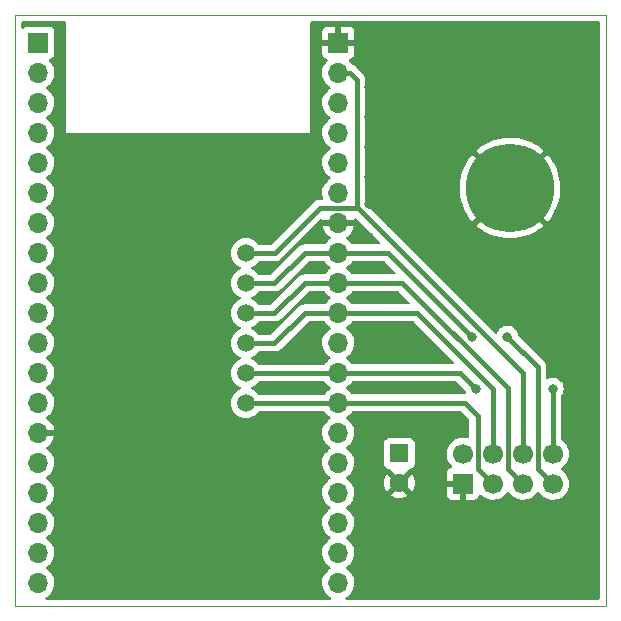
<source format=gbr>
%TF.GenerationSoftware,KiCad,Pcbnew,6.0.7-f9a2dced07~116~ubuntu20.04.1*%
%TF.CreationDate,2022-10-21T17:12:47+02:00*%
%TF.ProjectId,openDTU,6f70656e-4454-4552-9e6b-696361645f70,rev?*%
%TF.SameCoordinates,PX729cd20PY72d18e0*%
%TF.FileFunction,Copper,L1,Top*%
%TF.FilePolarity,Positive*%
%FSLAX46Y46*%
G04 Gerber Fmt 4.6, Leading zero omitted, Abs format (unit mm)*
G04 Created by KiCad (PCBNEW 6.0.7-f9a2dced07~116~ubuntu20.04.1) date 2022-10-21 17:12:47*
%MOMM*%
%LPD*%
G01*
G04 APERTURE LIST*
%TA.AperFunction,Profile*%
%ADD10C,0.100000*%
%TD*%
%TA.AperFunction,ComponentPad*%
%ADD11C,1.500000*%
%TD*%
%TA.AperFunction,ComponentPad*%
%ADD12C,4.700000*%
%TD*%
%TA.AperFunction,ConnectorPad*%
%ADD13C,7.500000*%
%TD*%
%TA.AperFunction,ComponentPad*%
%ADD14R,1.700000X1.700000*%
%TD*%
%TA.AperFunction,ComponentPad*%
%ADD15O,1.700000X1.700000*%
%TD*%
%TA.AperFunction,ComponentPad*%
%ADD16R,1.600000X1.600000*%
%TD*%
%TA.AperFunction,ComponentPad*%
%ADD17C,1.600000*%
%TD*%
%TA.AperFunction,ComponentPad*%
%ADD18C,1.700000*%
%TD*%
%TA.AperFunction,ViaPad*%
%ADD19C,0.800000*%
%TD*%
%TA.AperFunction,Conductor*%
%ADD20C,0.400000*%
%TD*%
%TA.AperFunction,Conductor*%
%ADD21C,0.250000*%
%TD*%
G04 APERTURE END LIST*
D10*
X0Y50000000D02*
X50000000Y50000000D01*
X50000000Y50000000D02*
X50000000Y0D01*
X50000000Y0D02*
X0Y0D01*
X0Y0D02*
X0Y50000000D01*
D11*
%TO.P,TP6,1,1*%
%TO.N,/CE*%
X19520000Y17145000D03*
%TD*%
%TO.P,TP5,1,1*%
%TO.N,/IRQ*%
X19520000Y19685000D03*
%TD*%
%TO.P,TP4,1,1*%
%TO.N,/~{CSN}*%
X19520000Y22225000D03*
%TD*%
%TO.P,TP3,1,1*%
%TO.N,/SCK*%
X19520000Y24765000D03*
%TD*%
%TO.P,TP2,1,1*%
%TO.N,/MISO*%
X19520000Y27305000D03*
%TD*%
%TO.P,TP1,1,1*%
%TO.N,/MOSI*%
X19520000Y29845000D03*
%TD*%
D12*
%TO.P,REF\u002A\u002A,1*%
%TO.N,GND*%
X41872000Y35356800D03*
D13*
X41872000Y35356800D03*
%TD*%
D14*
%TO.P,U1,1,3V3*%
%TO.N,+3.3V*%
X1939000Y47657000D03*
D15*
%TO.P,U1,2,EN*%
%TO.N,unconnected-(U1-Pad2)*%
X1939000Y45117000D03*
%TO.P,U1,3,SP*%
%TO.N,unconnected-(U1-Pad3)*%
X1939000Y42577000D03*
%TO.P,U1,4,SN*%
%TO.N,unconnected-(U1-Pad4)*%
X1939000Y40037000D03*
%TO.P,U1,5,G34*%
%TO.N,unconnected-(U1-Pad5)*%
X1939000Y37497000D03*
%TO.P,U1,6,G35*%
%TO.N,unconnected-(U1-Pad6)*%
X1939000Y34957000D03*
%TO.P,U1,7,G32*%
%TO.N,unconnected-(U1-Pad7)*%
X1939000Y32417000D03*
%TO.P,U1,8,G33*%
%TO.N,unconnected-(U1-Pad8)*%
X1939000Y29877000D03*
%TO.P,U1,9,G25*%
%TO.N,unconnected-(U1-Pad9)*%
X1939000Y27337000D03*
%TO.P,U1,10,G26*%
%TO.N,unconnected-(U1-Pad10)*%
X1939000Y24797000D03*
%TO.P,U1,11,G27*%
%TO.N,unconnected-(U1-Pad11)*%
X1939000Y22257000D03*
%TO.P,U1,12,G14*%
%TO.N,unconnected-(U1-Pad12)*%
X1939000Y19717000D03*
%TO.P,U1,13,G12*%
%TO.N,unconnected-(U1-Pad13)*%
X1939000Y17177000D03*
%TO.P,U1,14,GND*%
%TO.N,GND*%
X1939000Y14637000D03*
%TO.P,U1,15,G13*%
%TO.N,unconnected-(U1-Pad15)*%
X1939000Y12097000D03*
%TO.P,U1,16,SD2*%
%TO.N,unconnected-(U1-Pad16)*%
X1939000Y9557000D03*
%TO.P,U1,17,SD3*%
%TO.N,unconnected-(U1-Pad17)*%
X1939000Y7017000D03*
%TO.P,U1,18,CMD*%
%TO.N,unconnected-(U1-Pad18)*%
X1939000Y4477000D03*
%TO.P,U1,19,5V*%
%TO.N,unconnected-(U1-Pad19)*%
X1939000Y1937000D03*
%TO.P,U1,20,CLK*%
%TO.N,unconnected-(U1-Pad20)*%
X27339000Y1937000D03*
%TO.P,U1,21,SD0*%
%TO.N,unconnected-(U1-Pad21)*%
X27339000Y4477000D03*
%TO.P,U1,22,SD1*%
%TO.N,unconnected-(U1-Pad22)*%
X27339000Y7017000D03*
%TO.P,U1,23,G15*%
%TO.N,unconnected-(U1-Pad23)*%
X27339000Y9557000D03*
%TO.P,U1,24,G2*%
%TO.N,unconnected-(U1-Pad24)*%
X27339000Y12097000D03*
%TO.P,U1,25,G0*%
%TO.N,unconnected-(U1-Pad25)*%
X27339000Y14637000D03*
%TO.P,U1,26,G4*%
%TO.N,/CE*%
X27339000Y17177000D03*
%TO.P,U1,27,G16*%
%TO.N,/IRQ*%
X27339000Y19717000D03*
%TO.P,U1,28,G17*%
%TO.N,unconnected-(U1-Pad28)*%
X27339000Y22257000D03*
%TO.P,U1,29,G5*%
%TO.N,/~{CSN}*%
X27339000Y24797000D03*
%TO.P,U1,30,G18*%
%TO.N,/SCK*%
X27339000Y27337000D03*
%TO.P,U1,31,G19*%
%TO.N,/MISO*%
X27339000Y29877000D03*
%TO.P,U1,32,GND*%
%TO.N,GND*%
X27339000Y32417000D03*
%TO.P,U1,33,G21*%
%TO.N,unconnected-(U1-Pad33)*%
X27339000Y34957000D03*
%TO.P,U1,34,RXD*%
%TO.N,unconnected-(U1-Pad34)*%
X27339000Y37497000D03*
%TO.P,U1,35,TXD*%
%TO.N,unconnected-(U1-Pad35)*%
X27339000Y40037000D03*
%TO.P,U1,36,G22*%
%TO.N,unconnected-(U1-Pad36)*%
X27339000Y42577000D03*
%TO.P,U1,37,G23*%
%TO.N,/MOSI*%
X27339000Y45117000D03*
D14*
%TO.P,U1,38,GND*%
%TO.N,GND*%
X27339000Y47657000D03*
%TD*%
D16*
%TO.P,C1,1*%
%TO.N,+3.3V*%
X32499400Y12891779D03*
D17*
%TO.P,C1,2*%
%TO.N,GND*%
X32499400Y10391779D03*
%TD*%
D14*
%TO.P,U2,1,GND*%
%TO.N,GND*%
X37880000Y10319000D03*
D18*
%TO.P,U2,2,VCC*%
%TO.N,+3.3V*%
X37880000Y12859000D03*
%TO.P,U2,3,CE*%
%TO.N,/CE*%
X40420000Y10319000D03*
%TO.P,U2,4,~{CSN}*%
%TO.N,/~{CSN}*%
X40420000Y12859000D03*
%TO.P,U2,5,SCK*%
%TO.N,/SCK*%
X42960000Y10319000D03*
%TO.P,U2,6,MOSI*%
%TO.N,/MOSI*%
X42960000Y12859000D03*
%TO.P,U2,7,MISO*%
%TO.N,/MISO*%
X45500000Y10319000D03*
%TO.P,U2,8,IRQ*%
%TO.N,/IRQ*%
X45500000Y12859000D03*
%TD*%
D19*
%TO.N,GND*%
X22060000Y38862000D03*
X19520000Y38862000D03*
X16980000Y38862000D03*
X14440000Y38862000D03*
X11900000Y38862000D03*
X9360000Y38862000D03*
X6820000Y38862000D03*
X24600000Y1778000D03*
X22060000Y1778000D03*
X19520000Y1778000D03*
X16980000Y1778000D03*
X14440000Y1778000D03*
X11900000Y1778000D03*
X9360000Y1778000D03*
X6820000Y1778000D03*
X5042000Y3302000D03*
X5042000Y5842000D03*
X5042000Y8382000D03*
X5042000Y10922000D03*
X5042000Y13462000D03*
X5042000Y16002000D03*
X5042000Y18542000D03*
X5042000Y21082000D03*
X5042000Y23622000D03*
X5042000Y26162000D03*
X5042000Y28702000D03*
X5042000Y31242000D03*
X5042000Y34036000D03*
X5042000Y36322000D03*
X5042000Y38862000D03*
X48984000Y3556000D03*
X48984000Y6096000D03*
X48984000Y8636000D03*
X48984000Y11176000D03*
X48984000Y13716000D03*
X48984000Y16256000D03*
X48984000Y18796000D03*
X48984000Y21336000D03*
X48984000Y23876000D03*
X48984000Y26416000D03*
X48984000Y28956000D03*
X48984000Y31496000D03*
X48984000Y34036000D03*
X48984000Y36576000D03*
X48984000Y39116000D03*
X48984000Y41656000D03*
X48984000Y44196000D03*
X48984000Y46736000D03*
X29934000Y43942000D03*
X29934000Y41402000D03*
X29934000Y38862000D03*
X29934000Y34036000D03*
X29934000Y36322000D03*
X32728000Y1016000D03*
X35776000Y1016000D03*
X38316000Y1016000D03*
X41110000Y1016000D03*
X43904000Y1016000D03*
X46444000Y1016000D03*
X48984000Y1016000D03*
X29934000Y16002000D03*
X32728000Y49022000D03*
X35776000Y49022000D03*
X38316000Y49022000D03*
X41110000Y49022000D03*
X43904000Y49022000D03*
X46444000Y49022000D03*
X48984000Y49022000D03*
X29934000Y49022000D03*
X25362000Y49022000D03*
X29934000Y46228000D03*
X29934000Y13462000D03*
X25362000Y3302000D03*
X25362000Y5842000D03*
X25362000Y8382000D03*
X25362000Y10922000D03*
X25362000Y13462000D03*
X25362000Y16002000D03*
X35776000Y21082000D03*
X33490000Y23622000D03*
X29934000Y18542000D03*
X25362000Y18542000D03*
X25362000Y46228000D03*
X25362000Y43942000D03*
X25362000Y41402000D03*
X25362000Y38862000D03*
X25362000Y36322000D03*
X25362000Y31242000D03*
X29934000Y31242000D03*
X29934000Y28702000D03*
X25362000Y28702000D03*
X25362000Y26162000D03*
X29934000Y26162000D03*
X29934000Y21082000D03*
X29934000Y23622000D03*
X25362000Y21082000D03*
X25362000Y23622000D03*
%TO.N,/IRQ*%
X45504200Y18364200D03*
X39027200Y18364200D03*
%TO.N,/MISO*%
X41643400Y22783800D03*
X38671600Y22758400D03*
%TD*%
D20*
%TO.N,/MOSI*%
X27339000Y45117000D02*
X28327200Y45117000D01*
X28327200Y45117000D02*
X28918000Y44526200D01*
X28968800Y33680400D02*
X42960000Y19689200D01*
X28918000Y44526200D02*
X28918000Y33680400D01*
X28918000Y33680400D02*
X28968800Y33680400D01*
X42960000Y19689200D02*
X42960000Y12859000D01*
X28968800Y33673288D02*
X25786688Y33673288D01*
X25786688Y33673288D02*
X21958400Y29845000D01*
X21958400Y29845000D02*
X19520000Y29845000D01*
%TO.N,/MISO*%
X19520000Y27305000D02*
X21933000Y27305000D01*
X21933000Y27305000D02*
X24505000Y29877000D01*
X24505000Y29877000D02*
X27339000Y29877000D01*
%TO.N,/SCK*%
X19520000Y24765000D02*
X21933000Y24765000D01*
X21933000Y24765000D02*
X24505000Y27337000D01*
X24505000Y27337000D02*
X27339000Y27337000D01*
%TO.N,/~{CSN}*%
X19520000Y22225000D02*
X21933000Y22225000D01*
X21933000Y22225000D02*
X24505000Y24797000D01*
X24505000Y24797000D02*
X27339000Y24797000D01*
%TO.N,/IRQ*%
X19520000Y19685000D02*
X27307000Y19685000D01*
X27307000Y19685000D02*
X27339000Y19717000D01*
%TO.N,/CE*%
X19520000Y17145000D02*
X27307000Y17145000D01*
X27307000Y17145000D02*
X27339000Y17177000D01*
%TO.N,/SCK*%
X27339000Y27337000D02*
X32746800Y27337000D01*
X32746800Y27337000D02*
X41694200Y18389600D01*
X41694200Y18389600D02*
X41694200Y14427200D01*
%TO.N,/CE*%
X39154200Y11584800D02*
X39154200Y16052800D01*
X38030000Y17177000D02*
X27339000Y17177000D01*
X40420000Y10319000D02*
X39154200Y11584800D01*
X39154200Y16052800D02*
X38030000Y17177000D01*
%TO.N,/IRQ*%
X45500000Y18360000D02*
X45500000Y12859000D01*
X38976400Y18364200D02*
X37623600Y19717000D01*
D21*
X39027200Y18364200D02*
X38976400Y18364200D01*
D20*
X37623600Y19717000D02*
X27339000Y19717000D01*
D21*
X45504200Y18364200D02*
X45500000Y18360000D01*
D20*
%TO.N,/~{CSN}*%
X27339000Y24797000D02*
X33991400Y24797000D01*
X40420000Y18368400D02*
X40420000Y12859000D01*
X33991400Y24797000D02*
X40420000Y18368400D01*
%TO.N,/SCK*%
X41694200Y14376400D02*
X41694200Y11584800D01*
X41694200Y11584800D02*
X42960000Y10319000D01*
%TO.N,/MISO*%
X31553000Y29877000D02*
X27339000Y29877000D01*
X44234200Y20193000D02*
X44234200Y11584800D01*
X44234200Y11584800D02*
X45500000Y10319000D01*
X41643400Y22783800D02*
X44234200Y20193000D01*
X38671600Y22758400D02*
X31553000Y29877000D01*
%TD*%
%TA.AperFunction,Conductor*%
%TO.N,GND*%
G36*
X4222121Y49471498D02*
G01*
X4268614Y49417842D01*
X4280000Y49365500D01*
X4280000Y40005000D01*
X24981000Y40005000D01*
X24981000Y47929115D01*
X25981000Y47929115D01*
X25985475Y47913876D01*
X25986865Y47912671D01*
X25994548Y47911000D01*
X27066885Y47911000D01*
X27082124Y47915475D01*
X27083329Y47916865D01*
X27085000Y47924548D01*
X27085000Y47929115D01*
X27593000Y47929115D01*
X27597475Y47913876D01*
X27598865Y47912671D01*
X27606548Y47911000D01*
X28678884Y47911000D01*
X28694123Y47915475D01*
X28695328Y47916865D01*
X28696999Y47924548D01*
X28696999Y48551669D01*
X28696629Y48558490D01*
X28691105Y48609352D01*
X28687479Y48624604D01*
X28642324Y48745054D01*
X28633786Y48760649D01*
X28557285Y48862724D01*
X28544724Y48875285D01*
X28442649Y48951786D01*
X28427054Y48960324D01*
X28306606Y49005478D01*
X28291351Y49009105D01*
X28240486Y49014631D01*
X28233672Y49015000D01*
X27611115Y49015000D01*
X27595876Y49010525D01*
X27594671Y49009135D01*
X27593000Y49001452D01*
X27593000Y47929115D01*
X27085000Y47929115D01*
X27085000Y48996884D01*
X27080525Y49012123D01*
X27079135Y49013328D01*
X27071452Y49014999D01*
X26444331Y49014999D01*
X26437510Y49014629D01*
X26386648Y49009105D01*
X26371396Y49005479D01*
X26250946Y48960324D01*
X26235351Y48951786D01*
X26133276Y48875285D01*
X26120715Y48862724D01*
X26044214Y48760649D01*
X26035676Y48745054D01*
X25990522Y48624606D01*
X25986895Y48609351D01*
X25981369Y48558486D01*
X25981000Y48551672D01*
X25981000Y47929115D01*
X24981000Y47929115D01*
X24981000Y49365500D01*
X25001002Y49433621D01*
X25054658Y49480114D01*
X25107000Y49491500D01*
X49365500Y49491500D01*
X49433621Y49471498D01*
X49480114Y49417842D01*
X49491500Y49365500D01*
X49491500Y634500D01*
X49471498Y566379D01*
X49417842Y519886D01*
X49365500Y508500D01*
X28054759Y508500D01*
X27986638Y528502D01*
X27940145Y582158D01*
X27930041Y652432D01*
X27959535Y717012D01*
X27999325Y747650D01*
X28036994Y766104D01*
X28218860Y895827D01*
X28377096Y1053511D01*
X28436594Y1136311D01*
X28504435Y1230723D01*
X28507453Y1234923D01*
X28606430Y1435189D01*
X28671370Y1648931D01*
X28700529Y1870410D01*
X28702156Y1937000D01*
X28683852Y2159639D01*
X28629431Y2376298D01*
X28540354Y2581160D01*
X28419014Y2768723D01*
X28268670Y2933949D01*
X28264619Y2937148D01*
X28264615Y2937152D01*
X28097414Y3069200D01*
X28097410Y3069202D01*
X28093359Y3072402D01*
X28052053Y3095204D01*
X28002084Y3145636D01*
X27987312Y3215079D01*
X28012428Y3281484D01*
X28039780Y3308091D01*
X28083603Y3339350D01*
X28218860Y3435827D01*
X28377096Y3593511D01*
X28436594Y3676311D01*
X28504435Y3770723D01*
X28507453Y3774923D01*
X28606430Y3975189D01*
X28671370Y4188931D01*
X28700529Y4410410D01*
X28702156Y4477000D01*
X28683852Y4699639D01*
X28629431Y4916298D01*
X28540354Y5121160D01*
X28419014Y5308723D01*
X28268670Y5473949D01*
X28264619Y5477148D01*
X28264615Y5477152D01*
X28097414Y5609200D01*
X28097410Y5609202D01*
X28093359Y5612402D01*
X28052053Y5635204D01*
X28002084Y5685636D01*
X27987312Y5755079D01*
X28012428Y5821484D01*
X28039780Y5848091D01*
X28083603Y5879350D01*
X28218860Y5975827D01*
X28377096Y6133511D01*
X28436594Y6216311D01*
X28504435Y6310723D01*
X28507453Y6314923D01*
X28606430Y6515189D01*
X28671370Y6728931D01*
X28700529Y6950410D01*
X28702156Y7017000D01*
X28683852Y7239639D01*
X28629431Y7456298D01*
X28540354Y7661160D01*
X28419014Y7848723D01*
X28268670Y8013949D01*
X28264619Y8017148D01*
X28264615Y8017152D01*
X28097414Y8149200D01*
X28097410Y8149202D01*
X28093359Y8152402D01*
X28052053Y8175204D01*
X28002084Y8225636D01*
X27987312Y8295079D01*
X28012428Y8361484D01*
X28039780Y8388091D01*
X28083603Y8419350D01*
X28218860Y8515827D01*
X28377096Y8673511D01*
X28436594Y8756311D01*
X28504435Y8850723D01*
X28507453Y8854923D01*
X28558025Y8957247D01*
X28604136Y9050547D01*
X28604137Y9050549D01*
X28606430Y9055189D01*
X28671370Y9268931D01*
X28676213Y9305717D01*
X31777893Y9305717D01*
X31787189Y9293702D01*
X31838394Y9257848D01*
X31847889Y9252365D01*
X32045347Y9160289D01*
X32055639Y9156543D01*
X32266088Y9100154D01*
X32276881Y9098251D01*
X32493925Y9079262D01*
X32504875Y9079262D01*
X32721919Y9098251D01*
X32732712Y9100154D01*
X32943161Y9156543D01*
X32953453Y9160289D01*
X33150911Y9252365D01*
X33160406Y9257848D01*
X33212448Y9294288D01*
X33220824Y9304767D01*
X33213756Y9318213D01*
X33107638Y9424331D01*
X36522001Y9424331D01*
X36522371Y9417510D01*
X36527895Y9366648D01*
X36531521Y9351396D01*
X36576676Y9230946D01*
X36585214Y9215351D01*
X36661715Y9113276D01*
X36674276Y9100715D01*
X36776351Y9024214D01*
X36791946Y9015676D01*
X36912394Y8970522D01*
X36927649Y8966895D01*
X36978514Y8961369D01*
X36985328Y8961000D01*
X37607885Y8961000D01*
X37623124Y8965475D01*
X37624329Y8966865D01*
X37626000Y8974548D01*
X37626000Y10046885D01*
X37621525Y10062124D01*
X37620135Y10063329D01*
X37612452Y10065000D01*
X36540116Y10065000D01*
X36524877Y10060525D01*
X36523672Y10059135D01*
X36522001Y10051452D01*
X36522001Y9424331D01*
X33107638Y9424331D01*
X32512212Y10019757D01*
X32498268Y10027371D01*
X32496435Y10027240D01*
X32489820Y10022989D01*
X31784323Y9317492D01*
X31777893Y9305717D01*
X28676213Y9305717D01*
X28700529Y9490410D01*
X28702156Y9557000D01*
X28683852Y9779639D01*
X28629431Y9996298D01*
X28540354Y10201160D01*
X28442574Y10352305D01*
X28421822Y10384383D01*
X28421820Y10384386D01*
X28420579Y10386304D01*
X31186883Y10386304D01*
X31205872Y10169260D01*
X31207775Y10158467D01*
X31264164Y9948018D01*
X31267910Y9937726D01*
X31359986Y9740268D01*
X31365469Y9730773D01*
X31401909Y9678731D01*
X31412388Y9670355D01*
X31425834Y9677423D01*
X32127378Y10378967D01*
X32133756Y10390647D01*
X32863808Y10390647D01*
X32863939Y10388814D01*
X32868190Y10382199D01*
X33573687Y9676702D01*
X33585462Y9670272D01*
X33597477Y9679568D01*
X33633331Y9730773D01*
X33638814Y9740268D01*
X33730890Y9937726D01*
X33734636Y9948018D01*
X33791025Y10158467D01*
X33792928Y10169260D01*
X33811917Y10386304D01*
X33811917Y10397254D01*
X33792928Y10614298D01*
X33791025Y10625091D01*
X33734636Y10835540D01*
X33730890Y10845832D01*
X33638814Y11043290D01*
X33633331Y11052785D01*
X33596891Y11104827D01*
X33586412Y11113203D01*
X33572966Y11106135D01*
X32871422Y10404591D01*
X32863808Y10390647D01*
X32133756Y10390647D01*
X32134992Y10392911D01*
X32134861Y10394744D01*
X32130610Y10401359D01*
X31425113Y11106856D01*
X31413338Y11113286D01*
X31401323Y11103990D01*
X31365469Y11052785D01*
X31359986Y11043290D01*
X31267910Y10845832D01*
X31264164Y10835540D01*
X31207775Y10625091D01*
X31205872Y10614298D01*
X31186883Y10397254D01*
X31186883Y10386304D01*
X28420579Y10386304D01*
X28419014Y10388723D01*
X28268670Y10553949D01*
X28264619Y10557148D01*
X28264615Y10557152D01*
X28097414Y10689200D01*
X28097410Y10689202D01*
X28093359Y10692402D01*
X28052053Y10715204D01*
X28002084Y10765636D01*
X27987312Y10835079D01*
X28012428Y10901484D01*
X28039780Y10928091D01*
X28095041Y10967508D01*
X28218860Y11055827D01*
X28377096Y11213511D01*
X28436594Y11296311D01*
X28504435Y11390723D01*
X28507453Y11394923D01*
X28513449Y11407054D01*
X28604136Y11590547D01*
X28604137Y11590549D01*
X28606430Y11595189D01*
X28671370Y11808931D01*
X28700529Y12030410D01*
X28700611Y12033760D01*
X28700853Y12043645D01*
X31190900Y12043645D01*
X31197655Y11981463D01*
X31248785Y11845074D01*
X31336139Y11728518D01*
X31452695Y11641164D01*
X31589084Y11590034D01*
X31632652Y11585301D01*
X31647886Y11583646D01*
X31647889Y11583646D01*
X31651266Y11583279D01*
X31654585Y11583279D01*
X31721510Y11559626D01*
X31757204Y11513623D01*
X31759134Y11514638D01*
X31764842Y11503779D01*
X31765032Y11503534D01*
X31765053Y11503376D01*
X31785044Y11465345D01*
X32486588Y10763801D01*
X32500532Y10756187D01*
X32502365Y10756318D01*
X32508980Y10760569D01*
X33214477Y11466066D01*
X33237271Y11507808D01*
X33239447Y11517808D01*
X33289653Y11568006D01*
X33343214Y11583230D01*
X33344119Y11583279D01*
X33347534Y11583279D01*
X33350930Y11583648D01*
X33350932Y11583648D01*
X33363279Y11584989D01*
X33409716Y11590034D01*
X33546105Y11641164D01*
X33662661Y11728518D01*
X33750015Y11845074D01*
X33801145Y11981463D01*
X33807900Y12043645D01*
X33807900Y13739913D01*
X33801145Y13802095D01*
X33750015Y13938484D01*
X33662661Y14055040D01*
X33546105Y14142394D01*
X33409716Y14193524D01*
X33347534Y14200279D01*
X31651266Y14200279D01*
X31589084Y14193524D01*
X31452695Y14142394D01*
X31336139Y14055040D01*
X31248785Y13938484D01*
X31197655Y13802095D01*
X31190900Y13739913D01*
X31190900Y12043645D01*
X28700853Y12043645D01*
X28702074Y12093635D01*
X28702074Y12093639D01*
X28702156Y12097000D01*
X28683852Y12319639D01*
X28629431Y12536298D01*
X28540354Y12741160D01*
X28461950Y12862354D01*
X28421822Y12924383D01*
X28421820Y12924386D01*
X28419014Y12928723D01*
X28268670Y13093949D01*
X28264619Y13097148D01*
X28264615Y13097152D01*
X28097414Y13229200D01*
X28097410Y13229202D01*
X28093359Y13232402D01*
X28052053Y13255204D01*
X28002084Y13305636D01*
X27987312Y13375079D01*
X28012428Y13441484D01*
X28039780Y13468091D01*
X28095041Y13507508D01*
X28218860Y13595827D01*
X28377096Y13753511D01*
X28436594Y13836311D01*
X28504435Y13930723D01*
X28507453Y13934923D01*
X28512765Y13945670D01*
X28604136Y14130547D01*
X28604137Y14130549D01*
X28606430Y14135189D01*
X28671370Y14348931D01*
X28700529Y14570410D01*
X28702156Y14637000D01*
X28683852Y14859639D01*
X28629431Y15076298D01*
X28540354Y15281160D01*
X28419014Y15468723D01*
X28268670Y15633949D01*
X28264619Y15637148D01*
X28264615Y15637152D01*
X28097414Y15769200D01*
X28097410Y15769202D01*
X28093359Y15772402D01*
X28052053Y15795204D01*
X28002084Y15845636D01*
X27987312Y15915079D01*
X28012428Y15981484D01*
X28039780Y16008091D01*
X28104284Y16054101D01*
X28218860Y16135827D01*
X28377096Y16293511D01*
X28402644Y16329065D01*
X28465132Y16416026D01*
X28521127Y16459674D01*
X28567455Y16468500D01*
X37684340Y16468500D01*
X37752461Y16448498D01*
X37773435Y16431595D01*
X38408795Y15796235D01*
X38442821Y15733923D01*
X38445700Y15707140D01*
X38445700Y14278201D01*
X38425698Y14210080D01*
X38372042Y14163587D01*
X38301768Y14153483D01*
X38277641Y14159428D01*
X38233091Y14175204D01*
X38233083Y14175206D01*
X38228212Y14176931D01*
X38223119Y14177838D01*
X38223116Y14177839D01*
X38013373Y14215200D01*
X38013367Y14215201D01*
X38008284Y14216106D01*
X37934452Y14217008D01*
X37790081Y14218772D01*
X37790079Y14218772D01*
X37784911Y14218835D01*
X37564091Y14185045D01*
X37351756Y14115643D01*
X37318915Y14098547D01*
X37169250Y14020636D01*
X37153607Y14012493D01*
X37149474Y14009390D01*
X37149471Y14009388D01*
X36979100Y13881470D01*
X36974965Y13878365D01*
X36971393Y13874627D01*
X36852166Y13749863D01*
X36820629Y13716862D01*
X36694743Y13532320D01*
X36652703Y13441752D01*
X36618402Y13367856D01*
X36600688Y13329695D01*
X36540989Y13114430D01*
X36517251Y12892305D01*
X36517548Y12887152D01*
X36517548Y12887149D01*
X36523011Y12792410D01*
X36530110Y12669285D01*
X36531247Y12664239D01*
X36531248Y12664233D01*
X36552275Y12570931D01*
X36579222Y12451361D01*
X36663266Y12244384D01*
X36779987Y12053912D01*
X36926250Y11885062D01*
X36930225Y11881762D01*
X36930231Y11881756D01*
X36935425Y11877444D01*
X36975059Y11818540D01*
X36976555Y11747559D01*
X36939439Y11687038D01*
X36899168Y11662520D01*
X36791946Y11622324D01*
X36776351Y11613786D01*
X36674276Y11537285D01*
X36661715Y11524724D01*
X36585214Y11422649D01*
X36576676Y11407054D01*
X36531522Y11286606D01*
X36527895Y11271351D01*
X36522369Y11220486D01*
X36522000Y11213672D01*
X36522000Y10591115D01*
X36526475Y10575876D01*
X36527865Y10574671D01*
X36535548Y10573000D01*
X38008000Y10573000D01*
X38076121Y10552998D01*
X38122614Y10499342D01*
X38134000Y10447000D01*
X38134000Y8979116D01*
X38138475Y8963877D01*
X38139865Y8962672D01*
X38147548Y8961001D01*
X38774669Y8961001D01*
X38781490Y8961371D01*
X38832352Y8966895D01*
X38847604Y8970521D01*
X38968054Y9015676D01*
X38983649Y9024214D01*
X39085724Y9100715D01*
X39098285Y9113276D01*
X39174786Y9215351D01*
X39183324Y9230946D01*
X39224225Y9340048D01*
X39266867Y9396812D01*
X39333428Y9421512D01*
X39402777Y9406304D01*
X39437444Y9378316D01*
X39462865Y9348969D01*
X39462869Y9348965D01*
X39466250Y9345062D01*
X39638126Y9202368D01*
X39831000Y9089662D01*
X40039692Y9009970D01*
X40044760Y9008939D01*
X40044763Y9008938D01*
X40152017Y8987117D01*
X40258597Y8965433D01*
X40263772Y8965243D01*
X40263774Y8965243D01*
X40476673Y8957436D01*
X40476677Y8957436D01*
X40481837Y8957247D01*
X40486957Y8957903D01*
X40486959Y8957903D01*
X40698288Y8984975D01*
X40698289Y8984975D01*
X40703416Y8985632D01*
X40708366Y8987117D01*
X40912429Y9048339D01*
X40912434Y9048341D01*
X40917384Y9049826D01*
X41117994Y9148104D01*
X41299860Y9277827D01*
X41340388Y9318213D01*
X41400701Y9378316D01*
X41458096Y9435511D01*
X41495161Y9487092D01*
X41588453Y9616923D01*
X41589776Y9615972D01*
X41636645Y9659143D01*
X41706580Y9671375D01*
X41772026Y9643856D01*
X41799875Y9612006D01*
X41859987Y9513912D01*
X42006250Y9345062D01*
X42178126Y9202368D01*
X42371000Y9089662D01*
X42579692Y9009970D01*
X42584760Y9008939D01*
X42584763Y9008938D01*
X42692017Y8987117D01*
X42798597Y8965433D01*
X42803772Y8965243D01*
X42803774Y8965243D01*
X43016673Y8957436D01*
X43016677Y8957436D01*
X43021837Y8957247D01*
X43026957Y8957903D01*
X43026959Y8957903D01*
X43238288Y8984975D01*
X43238289Y8984975D01*
X43243416Y8985632D01*
X43248366Y8987117D01*
X43452429Y9048339D01*
X43452434Y9048341D01*
X43457384Y9049826D01*
X43657994Y9148104D01*
X43839860Y9277827D01*
X43880388Y9318213D01*
X43940701Y9378316D01*
X43998096Y9435511D01*
X44035161Y9487092D01*
X44128453Y9616923D01*
X44129776Y9615972D01*
X44176645Y9659143D01*
X44246580Y9671375D01*
X44312026Y9643856D01*
X44339875Y9612006D01*
X44399987Y9513912D01*
X44546250Y9345062D01*
X44718126Y9202368D01*
X44911000Y9089662D01*
X45119692Y9009970D01*
X45124760Y9008939D01*
X45124763Y9008938D01*
X45232017Y8987117D01*
X45338597Y8965433D01*
X45343772Y8965243D01*
X45343774Y8965243D01*
X45556673Y8957436D01*
X45556677Y8957436D01*
X45561837Y8957247D01*
X45566957Y8957903D01*
X45566959Y8957903D01*
X45778288Y8984975D01*
X45778289Y8984975D01*
X45783416Y8985632D01*
X45788366Y8987117D01*
X45992429Y9048339D01*
X45992434Y9048341D01*
X45997384Y9049826D01*
X46197994Y9148104D01*
X46379860Y9277827D01*
X46420388Y9318213D01*
X46480701Y9378316D01*
X46538096Y9435511D01*
X46575161Y9487092D01*
X46665435Y9612723D01*
X46668453Y9616923D01*
X46689320Y9659143D01*
X46765136Y9812547D01*
X46765137Y9812549D01*
X46767430Y9817189D01*
X46832370Y10030931D01*
X46861529Y10252410D01*
X46863156Y10319000D01*
X46844852Y10541639D01*
X46790431Y10758298D01*
X46701354Y10963160D01*
X46643373Y11052785D01*
X46582822Y11146383D01*
X46582820Y11146386D01*
X46580014Y11150723D01*
X46429670Y11315949D01*
X46425619Y11319148D01*
X46425615Y11319152D01*
X46258414Y11451200D01*
X46258410Y11451202D01*
X46254359Y11454402D01*
X46213053Y11477204D01*
X46163084Y11527636D01*
X46148312Y11597079D01*
X46173428Y11663484D01*
X46200780Y11690091D01*
X46281347Y11747559D01*
X46379860Y11817827D01*
X46407203Y11845074D01*
X46534435Y11971863D01*
X46538096Y11975511D01*
X46575161Y12027092D01*
X46665435Y12152723D01*
X46668453Y12156923D01*
X46767430Y12357189D01*
X46832370Y12570931D01*
X46861529Y12792410D01*
X46863156Y12859000D01*
X46844852Y13081639D01*
X46790431Y13298298D01*
X46701354Y13503160D01*
X46661906Y13564138D01*
X46582822Y13686383D01*
X46582820Y13686386D01*
X46580014Y13690723D01*
X46429670Y13855949D01*
X46425619Y13859148D01*
X46425615Y13859152D01*
X46256408Y13992784D01*
X46215345Y14050702D01*
X46208500Y14091666D01*
X46208500Y17740306D01*
X46228502Y17808427D01*
X46235012Y17816952D01*
X46234939Y17817005D01*
X46238821Y17822348D01*
X46243240Y17827256D01*
X46250394Y17839646D01*
X46335423Y17986921D01*
X46335424Y17986922D01*
X46338727Y17992644D01*
X46397742Y18174272D01*
X46400391Y18199470D01*
X46417014Y18357635D01*
X46417704Y18364200D01*
X46403654Y18497880D01*
X46398432Y18547565D01*
X46398432Y18547567D01*
X46397742Y18554128D01*
X46338727Y18735756D01*
X46243240Y18901144D01*
X46233545Y18911912D01*
X46119875Y19038155D01*
X46119874Y19038156D01*
X46115453Y19043066D01*
X45960952Y19155318D01*
X45954924Y19158002D01*
X45954922Y19158003D01*
X45792519Y19230309D01*
X45792518Y19230309D01*
X45786488Y19232994D01*
X45692725Y19252924D01*
X45606144Y19271328D01*
X45606139Y19271328D01*
X45599687Y19272700D01*
X45408713Y19272700D01*
X45402261Y19271328D01*
X45402256Y19271328D01*
X45315675Y19252924D01*
X45221912Y19232994D01*
X45119948Y19187597D01*
X45049582Y19178163D01*
X44985285Y19208269D01*
X44947471Y19268358D01*
X44942700Y19302704D01*
X44942700Y20164089D01*
X44942992Y20172658D01*
X44946409Y20222777D01*
X44946409Y20222781D01*
X44946925Y20230353D01*
X44935936Y20293315D01*
X44934977Y20299818D01*
X44933544Y20311666D01*
X44927302Y20363242D01*
X44924616Y20370351D01*
X44923984Y20372922D01*
X44919524Y20389228D01*
X44918749Y20391796D01*
X44917442Y20399284D01*
X44891761Y20457788D01*
X44889269Y20463895D01*
X44869373Y20516548D01*
X44869373Y20516549D01*
X44866687Y20523656D01*
X44862384Y20529917D01*
X44861147Y20532283D01*
X44852920Y20547063D01*
X44851569Y20549348D01*
X44848515Y20556305D01*
X44843895Y20562325D01*
X44843892Y20562331D01*
X44809621Y20606991D01*
X44805741Y20612332D01*
X44773861Y20658720D01*
X44773856Y20658725D01*
X44769557Y20664981D01*
X44723029Y20706436D01*
X44717754Y20711416D01*
X42578065Y22851105D01*
X42544039Y22913417D01*
X42541850Y22927030D01*
X42541055Y22934599D01*
X42536942Y22973728D01*
X42515252Y23040484D01*
X42479969Y23149071D01*
X42477927Y23155356D01*
X42382440Y23320744D01*
X42304426Y23407388D01*
X42259075Y23457755D01*
X42259074Y23457756D01*
X42254653Y23462666D01*
X42154985Y23535079D01*
X42105494Y23571037D01*
X42105493Y23571038D01*
X42100152Y23574918D01*
X42094124Y23577602D01*
X42094122Y23577603D01*
X41931719Y23649909D01*
X41931718Y23649909D01*
X41925688Y23652594D01*
X41824506Y23674101D01*
X41745344Y23690928D01*
X41745339Y23690928D01*
X41738887Y23692300D01*
X41547913Y23692300D01*
X41541461Y23690928D01*
X41541456Y23690928D01*
X41462294Y23674101D01*
X41361112Y23652594D01*
X41355082Y23649909D01*
X41355081Y23649909D01*
X41192678Y23577603D01*
X41192676Y23577602D01*
X41186648Y23574918D01*
X41181307Y23571038D01*
X41181306Y23571037D01*
X41131815Y23535079D01*
X41032147Y23462666D01*
X41027726Y23457756D01*
X41027725Y23457755D01*
X40982375Y23407388D01*
X40904360Y23320744D01*
X40808873Y23155356D01*
X40806831Y23149071D01*
X40795637Y23114620D01*
X40755563Y23056014D01*
X40690167Y23028377D01*
X40620210Y23040484D01*
X40586709Y23064461D01*
X31480804Y32170366D01*
X39050921Y32170366D01*
X39057708Y32160665D01*
X39257023Y31990435D01*
X39261709Y31986800D01*
X39585442Y31759277D01*
X39590432Y31756110D01*
X39934141Y31560061D01*
X39939422Y31557371D01*
X40300053Y31394540D01*
X40305544Y31392366D01*
X40679906Y31264193D01*
X40685590Y31262541D01*
X41070347Y31170169D01*
X41076162Y31169060D01*
X41467889Y31113310D01*
X41473802Y31112751D01*
X41869031Y31094112D01*
X41874969Y31094112D01*
X42270198Y31112751D01*
X42276111Y31113310D01*
X42667838Y31169060D01*
X42673653Y31170169D01*
X43058410Y31262541D01*
X43064094Y31264193D01*
X43438456Y31392366D01*
X43443947Y31394540D01*
X43804578Y31557371D01*
X43809859Y31560061D01*
X44153568Y31756110D01*
X44158558Y31759277D01*
X44482291Y31986800D01*
X44486977Y31990435D01*
X44684722Y32159324D01*
X44693152Y32172238D01*
X44687145Y32182445D01*
X43741592Y33127998D01*
X43741588Y33128001D01*
X41884810Y34984780D01*
X41870869Y34992392D01*
X41869034Y34992261D01*
X41862420Y34988010D01*
X40002424Y33128013D01*
X40002396Y33127986D01*
X39058313Y32183903D01*
X39050921Y32170366D01*
X31480804Y32170366D01*
X29663405Y33987765D01*
X29629379Y34050077D01*
X29626500Y34076860D01*
X29626500Y35487727D01*
X37611322Y35487727D01*
X37617537Y35092121D01*
X37617911Y35086171D01*
X37661327Y34692905D01*
X37662257Y34687034D01*
X37742494Y34299588D01*
X37743970Y34293840D01*
X37860316Y33915649D01*
X37862320Y33910084D01*
X38013745Y33544512D01*
X38016267Y33539153D01*
X38201411Y33189477D01*
X38204436Y33184360D01*
X38421669Y32853656D01*
X38425159Y32848853D01*
X38672292Y32540380D01*
X38685130Y32533106D01*
X38686439Y32533179D01*
X38693852Y32537862D01*
X39643200Y33487210D01*
X39643201Y33487212D01*
X41499980Y35343990D01*
X41506357Y35355669D01*
X42236408Y35355669D01*
X42236539Y35353834D01*
X42240790Y35347220D01*
X44100787Y33487224D01*
X44100800Y33487210D01*
X45047271Y32540739D01*
X45061215Y32533125D01*
X45062524Y32533218D01*
X45069360Y32537688D01*
X45071454Y32540063D01*
X45318841Y32848853D01*
X45322331Y32853656D01*
X45539564Y33184360D01*
X45542589Y33189477D01*
X45727733Y33539153D01*
X45730255Y33544512D01*
X45881680Y33910084D01*
X45883684Y33915649D01*
X46000030Y34293840D01*
X46001506Y34299588D01*
X46081743Y34687034D01*
X46082673Y34692905D01*
X46126145Y35086676D01*
X46126494Y35091604D01*
X46134750Y35354332D01*
X46134711Y35359270D01*
X46116049Y35754998D01*
X46115490Y35760911D01*
X46059740Y36152638D01*
X46058631Y36158453D01*
X45966259Y36543210D01*
X45964607Y36548894D01*
X45836434Y36923256D01*
X45834260Y36928747D01*
X45671429Y37289378D01*
X45668739Y37294659D01*
X45472690Y37638368D01*
X45469523Y37643358D01*
X45242000Y37967091D01*
X45238365Y37971777D01*
X45069476Y38169522D01*
X45056562Y38177952D01*
X45046355Y38171945D01*
X44100800Y37226390D01*
X44100799Y37226388D01*
X42244020Y35369610D01*
X42236408Y35355669D01*
X41506357Y35355669D01*
X41507592Y35357931D01*
X41507461Y35359766D01*
X41503210Y35366380D01*
X39643213Y37226376D01*
X39643200Y37226390D01*
X38699402Y38170188D01*
X38685458Y38177802D01*
X38685205Y38177784D01*
X38676463Y38171870D01*
X38589436Y38076228D01*
X38585649Y38071650D01*
X38348088Y37755249D01*
X38344748Y37750335D01*
X38138001Y37412955D01*
X38135153Y37407775D01*
X37961072Y37052430D01*
X37958723Y37047003D01*
X37818858Y36676861D01*
X37817026Y36671222D01*
X37712622Y36289585D01*
X37711323Y36283772D01*
X37643295Y35893989D01*
X37642554Y35888126D01*
X37611507Y35493653D01*
X37611322Y35487727D01*
X29626500Y35487727D01*
X29626500Y38540836D01*
X39050939Y38540836D01*
X39050945Y38540583D01*
X39056445Y38531565D01*
X40002408Y37585602D01*
X40002412Y37585599D01*
X41132183Y36455827D01*
X41859190Y35728820D01*
X41873131Y35721208D01*
X41874966Y35721339D01*
X41881580Y35725590D01*
X42611817Y36455827D01*
X43741576Y37585587D01*
X43741604Y37585614D01*
X44688061Y38532071D01*
X44695675Y38546015D01*
X44695582Y38547324D01*
X44691112Y38554160D01*
X44688737Y38556254D01*
X44379947Y38803641D01*
X44375144Y38807131D01*
X44044440Y39024364D01*
X44039323Y39027389D01*
X43689647Y39212533D01*
X43684288Y39215055D01*
X43318716Y39366480D01*
X43313151Y39368484D01*
X42934960Y39484830D01*
X42929212Y39486306D01*
X42541766Y39566543D01*
X42535895Y39567473D01*
X42142629Y39610889D01*
X42136679Y39611263D01*
X41741073Y39617478D01*
X41735147Y39617293D01*
X41340674Y39586246D01*
X41334811Y39585505D01*
X40945028Y39517477D01*
X40939215Y39516178D01*
X40557578Y39411774D01*
X40551939Y39409942D01*
X40181797Y39270077D01*
X40176370Y39267728D01*
X39821025Y39093647D01*
X39815845Y39090799D01*
X39478471Y38884056D01*
X39473551Y38880712D01*
X39157150Y38643151D01*
X39152572Y38639364D01*
X39059199Y38554402D01*
X39050939Y38540836D01*
X29626500Y38540836D01*
X29626500Y44497288D01*
X29626792Y44505858D01*
X29630209Y44555976D01*
X29630209Y44555980D01*
X29630725Y44563552D01*
X29619739Y44626497D01*
X29618777Y44633018D01*
X29612015Y44688896D01*
X29611102Y44696442D01*
X29608416Y44703550D01*
X29607779Y44706144D01*
X29603318Y44722450D01*
X29602548Y44725001D01*
X29601242Y44732484D01*
X29575561Y44790988D01*
X29573069Y44797095D01*
X29553173Y44849748D01*
X29553173Y44849749D01*
X29550487Y44856856D01*
X29546184Y44863117D01*
X29544947Y44865483D01*
X29536720Y44880263D01*
X29535369Y44882548D01*
X29532315Y44889505D01*
X29527695Y44895525D01*
X29527692Y44895531D01*
X29493421Y44940191D01*
X29489541Y44945532D01*
X29457661Y44991920D01*
X29457656Y44991925D01*
X29453357Y44998181D01*
X29406829Y45039636D01*
X29401554Y45044616D01*
X28848650Y45597520D01*
X28842796Y45603785D01*
X28842401Y45604238D01*
X28804761Y45647385D01*
X28752480Y45684129D01*
X28747186Y45688061D01*
X28702893Y45722791D01*
X28696918Y45727476D01*
X28690002Y45730599D01*
X28687716Y45731983D01*
X28673035Y45740357D01*
X28670675Y45741622D01*
X28664461Y45745990D01*
X28657382Y45748750D01*
X28657380Y45748751D01*
X28604925Y45769202D01*
X28598856Y45771753D01*
X28540627Y45798045D01*
X28541992Y45801067D01*
X28495353Y45832382D01*
X28486424Y45844524D01*
X28421822Y45944383D01*
X28421820Y45944386D01*
X28419014Y45948723D01*
X28415540Y45952541D01*
X28415533Y45952550D01*
X28271435Y46110912D01*
X28240383Y46174758D01*
X28248779Y46245256D01*
X28293956Y46300024D01*
X28320400Y46313693D01*
X28427052Y46353675D01*
X28442649Y46362214D01*
X28544724Y46438715D01*
X28557285Y46451276D01*
X28633786Y46553351D01*
X28642324Y46568946D01*
X28687478Y46689394D01*
X28691105Y46704649D01*
X28696631Y46755514D01*
X28697000Y46762328D01*
X28697000Y47384885D01*
X28692525Y47400124D01*
X28691135Y47401329D01*
X28683452Y47403000D01*
X25999116Y47403000D01*
X25983877Y47398525D01*
X25982672Y47397135D01*
X25981001Y47389452D01*
X25981001Y46762331D01*
X25981371Y46755510D01*
X25986895Y46704648D01*
X25990521Y46689396D01*
X26035676Y46568946D01*
X26044214Y46553351D01*
X26120715Y46451276D01*
X26133276Y46438715D01*
X26235351Y46362214D01*
X26250946Y46353676D01*
X26359827Y46312858D01*
X26416591Y46270216D01*
X26441291Y46203655D01*
X26426083Y46134306D01*
X26406691Y46107825D01*
X26283200Y45978599D01*
X26279629Y45974862D01*
X26153743Y45790320D01*
X26133166Y45745990D01*
X26064249Y45597520D01*
X26059688Y45587695D01*
X25999989Y45372430D01*
X25976251Y45150305D01*
X25976548Y45145152D01*
X25976548Y45145149D01*
X25982011Y45050410D01*
X25989110Y44927285D01*
X25990247Y44922239D01*
X25990248Y44922233D01*
X25996266Y44895531D01*
X26038222Y44709361D01*
X26122266Y44502384D01*
X26124965Y44497980D01*
X26236291Y44316312D01*
X26238987Y44311912D01*
X26385250Y44143062D01*
X26557126Y44000368D01*
X26627595Y43959189D01*
X26630445Y43957524D01*
X26679169Y43905886D01*
X26692240Y43836103D01*
X26665509Y43770331D01*
X26625055Y43736973D01*
X26612607Y43730493D01*
X26608474Y43727390D01*
X26608471Y43727388D01*
X26584247Y43709200D01*
X26433965Y43596365D01*
X26279629Y43434862D01*
X26153743Y43250320D01*
X26059688Y43047695D01*
X25999989Y42832430D01*
X25976251Y42610305D01*
X25976548Y42605152D01*
X25976548Y42605149D01*
X25982011Y42510410D01*
X25989110Y42387285D01*
X25990247Y42382239D01*
X25990248Y42382233D01*
X26010119Y42294061D01*
X26038222Y42169361D01*
X26122266Y41962384D01*
X26124965Y41957980D01*
X26236291Y41776312D01*
X26238987Y41771912D01*
X26385250Y41603062D01*
X26557126Y41460368D01*
X26627595Y41419189D01*
X26630445Y41417524D01*
X26679169Y41365886D01*
X26692240Y41296103D01*
X26665509Y41230331D01*
X26625055Y41196973D01*
X26612607Y41190493D01*
X26608474Y41187390D01*
X26608471Y41187388D01*
X26584247Y41169200D01*
X26433965Y41056365D01*
X26279629Y40894862D01*
X26153743Y40710320D01*
X26059688Y40507695D01*
X25999989Y40292430D01*
X25976251Y40070305D01*
X25976548Y40065152D01*
X25976548Y40065149D01*
X25982011Y39970410D01*
X25989110Y39847285D01*
X25990247Y39842239D01*
X25990248Y39842233D01*
X26010119Y39754061D01*
X26038222Y39629361D01*
X26122266Y39422384D01*
X26140532Y39392576D01*
X26236291Y39236312D01*
X26238987Y39231912D01*
X26385250Y39063062D01*
X26557126Y38920368D01*
X26619267Y38884056D01*
X26630445Y38877524D01*
X26679169Y38825886D01*
X26692240Y38756103D01*
X26665509Y38690331D01*
X26625055Y38656973D01*
X26612607Y38650493D01*
X26608474Y38647390D01*
X26608471Y38647388D01*
X26438100Y38519470D01*
X26433965Y38516365D01*
X26279629Y38354862D01*
X26153743Y38170320D01*
X26059688Y37967695D01*
X25999989Y37752430D01*
X25976251Y37530305D01*
X25976548Y37525152D01*
X25976548Y37525149D01*
X25982011Y37430410D01*
X25989110Y37307285D01*
X25990247Y37302239D01*
X25990248Y37302233D01*
X26007341Y37226390D01*
X26038222Y37089361D01*
X26122266Y36882384D01*
X26124965Y36877980D01*
X26236291Y36696312D01*
X26238987Y36691912D01*
X26385250Y36523062D01*
X26557126Y36380368D01*
X26627595Y36339189D01*
X26630445Y36337524D01*
X26679169Y36285886D01*
X26692240Y36216103D01*
X26665509Y36150331D01*
X26625055Y36116973D01*
X26612607Y36110493D01*
X26608474Y36107390D01*
X26608471Y36107388D01*
X26584247Y36089200D01*
X26433965Y35976365D01*
X26279629Y35814862D01*
X26276715Y35810590D01*
X26276714Y35810589D01*
X26220935Y35728820D01*
X26153743Y35630320D01*
X26138003Y35596410D01*
X26090305Y35493653D01*
X26059688Y35427695D01*
X25999989Y35212430D01*
X25976251Y34990305D01*
X25976548Y34985152D01*
X25976548Y34985149D01*
X25982011Y34890410D01*
X25989110Y34767285D01*
X25990247Y34762239D01*
X25990248Y34762233D01*
X26010119Y34674061D01*
X26038222Y34549361D01*
X26039891Y34545251D01*
X26041170Y34474480D01*
X26003872Y34414070D01*
X25939835Y34383415D01*
X25919652Y34381788D01*
X25815615Y34381788D01*
X25807046Y34382080D01*
X25756913Y34385498D01*
X25756909Y34385498D01*
X25749336Y34386014D01*
X25686369Y34375024D01*
X25679857Y34374064D01*
X25616446Y34366390D01*
X25609345Y34363707D01*
X25606736Y34363066D01*
X25590403Y34358597D01*
X25587883Y34357836D01*
X25580405Y34356531D01*
X25573453Y34353479D01*
X25573452Y34353479D01*
X25521892Y34330847D01*
X25515787Y34328356D01*
X25463144Y34308463D01*
X25463140Y34308461D01*
X25456032Y34305775D01*
X25449771Y34301472D01*
X25447405Y34300235D01*
X25432625Y34292008D01*
X25430340Y34290657D01*
X25423383Y34287603D01*
X25417363Y34282983D01*
X25417357Y34282980D01*
X25386840Y34259562D01*
X25372686Y34248701D01*
X25367356Y34244829D01*
X25320968Y34212949D01*
X25320963Y34212944D01*
X25314707Y34208645D01*
X25309656Y34202975D01*
X25309654Y34202974D01*
X25273253Y34162118D01*
X25268272Y34156842D01*
X21701835Y30590405D01*
X21639523Y30556379D01*
X21612740Y30553500D01*
X20625839Y30553500D01*
X20557718Y30573502D01*
X20522626Y30607229D01*
X20490908Y30652527D01*
X20490906Y30652530D01*
X20487749Y30657038D01*
X20332038Y30812749D01*
X20151654Y30939056D01*
X19952076Y31032120D01*
X19739371Y31089115D01*
X19520000Y31108307D01*
X19300629Y31089115D01*
X19087924Y31032120D01*
X19038772Y31009200D01*
X18893334Y30941382D01*
X18893329Y30941379D01*
X18888347Y30939056D01*
X18883840Y30935900D01*
X18883838Y30935899D01*
X18712473Y30815908D01*
X18712470Y30815906D01*
X18707962Y30812749D01*
X18552251Y30657038D01*
X18549094Y30652530D01*
X18549092Y30652527D01*
X18429101Y30481162D01*
X18425944Y30476653D01*
X18423621Y30471671D01*
X18423618Y30471666D01*
X18421301Y30466697D01*
X18332880Y30277076D01*
X18275885Y30064371D01*
X18256693Y29845000D01*
X18275885Y29625629D01*
X18332880Y29412924D01*
X18335205Y29407939D01*
X18423618Y29218334D01*
X18423621Y29218329D01*
X18425944Y29213347D01*
X18429100Y29208840D01*
X18429101Y29208838D01*
X18486336Y29127099D01*
X18552251Y29032962D01*
X18707962Y28877251D01*
X18888346Y28750944D01*
X18893328Y28748621D01*
X18893333Y28748618D01*
X19020768Y28689195D01*
X19074053Y28642278D01*
X19093514Y28574001D01*
X19072972Y28506041D01*
X19020768Y28460805D01*
X18893334Y28401382D01*
X18893329Y28401379D01*
X18888347Y28399056D01*
X18883840Y28395900D01*
X18883838Y28395899D01*
X18712473Y28275908D01*
X18712470Y28275906D01*
X18707962Y28272749D01*
X18552251Y28117038D01*
X18549094Y28112530D01*
X18549092Y28112527D01*
X18429101Y27941162D01*
X18425944Y27936653D01*
X18423621Y27931671D01*
X18423618Y27931666D01*
X18421301Y27926697D01*
X18332880Y27737076D01*
X18275885Y27524371D01*
X18256693Y27305000D01*
X18275885Y27085629D01*
X18332880Y26872924D01*
X18335205Y26867939D01*
X18423618Y26678334D01*
X18423621Y26678329D01*
X18425944Y26673347D01*
X18429100Y26668840D01*
X18429101Y26668838D01*
X18486336Y26587099D01*
X18552251Y26492962D01*
X18707962Y26337251D01*
X18888346Y26210944D01*
X18893328Y26208621D01*
X18893333Y26208618D01*
X19020768Y26149195D01*
X19074053Y26102278D01*
X19093514Y26034001D01*
X19072972Y25966041D01*
X19020768Y25920805D01*
X18893334Y25861382D01*
X18893329Y25861379D01*
X18888347Y25859056D01*
X18883840Y25855900D01*
X18883838Y25855899D01*
X18712473Y25735908D01*
X18712470Y25735906D01*
X18707962Y25732749D01*
X18552251Y25577038D01*
X18549094Y25572530D01*
X18549092Y25572527D01*
X18429101Y25401162D01*
X18425944Y25396653D01*
X18423621Y25391671D01*
X18423618Y25391666D01*
X18421301Y25386697D01*
X18332880Y25197076D01*
X18275885Y24984371D01*
X18256693Y24765000D01*
X18275885Y24545629D01*
X18332880Y24332924D01*
X18335205Y24327939D01*
X18423618Y24138334D01*
X18423621Y24138329D01*
X18425944Y24133347D01*
X18429100Y24128840D01*
X18429101Y24128838D01*
X18486336Y24047099D01*
X18552251Y23952962D01*
X18707962Y23797251D01*
X18888346Y23670944D01*
X18893328Y23668621D01*
X18893333Y23668618D01*
X19020768Y23609195D01*
X19074053Y23562278D01*
X19093514Y23494001D01*
X19072972Y23426041D01*
X19020768Y23380805D01*
X18893334Y23321382D01*
X18893329Y23321379D01*
X18888347Y23319056D01*
X18883840Y23315900D01*
X18883838Y23315899D01*
X18712473Y23195908D01*
X18712470Y23195906D01*
X18707962Y23192749D01*
X18552251Y23037038D01*
X18549094Y23032530D01*
X18549092Y23032527D01*
X18429101Y22861162D01*
X18425944Y22856653D01*
X18423621Y22851671D01*
X18423618Y22851666D01*
X18421301Y22846697D01*
X18332880Y22657076D01*
X18275885Y22444371D01*
X18256693Y22225000D01*
X18275885Y22005629D01*
X18332880Y21792924D01*
X18335205Y21787939D01*
X18423618Y21598334D01*
X18423621Y21598329D01*
X18425944Y21593347D01*
X18429100Y21588840D01*
X18429101Y21588838D01*
X18521898Y21456311D01*
X18552251Y21412962D01*
X18707962Y21257251D01*
X18888346Y21130944D01*
X18893328Y21128621D01*
X18893333Y21128618D01*
X19020768Y21069195D01*
X19074053Y21022278D01*
X19093514Y20954001D01*
X19072972Y20886041D01*
X19020768Y20840805D01*
X18893334Y20781382D01*
X18893329Y20781379D01*
X18888347Y20779056D01*
X18883840Y20775900D01*
X18883838Y20775899D01*
X18712473Y20655908D01*
X18712470Y20655906D01*
X18707962Y20652749D01*
X18552251Y20497038D01*
X18549094Y20492530D01*
X18549092Y20492527D01*
X18429101Y20321162D01*
X18425944Y20316653D01*
X18423621Y20311671D01*
X18423618Y20311666D01*
X18416561Y20296532D01*
X18332880Y20117076D01*
X18275885Y19904371D01*
X18256693Y19685000D01*
X18275885Y19465629D01*
X18332880Y19252924D01*
X18367742Y19178163D01*
X18423618Y19058334D01*
X18423621Y19058329D01*
X18425944Y19053347D01*
X18429100Y19048840D01*
X18429101Y19048838D01*
X18536522Y18895426D01*
X18552251Y18872962D01*
X18707962Y18717251D01*
X18888346Y18590944D01*
X18893328Y18588621D01*
X18893333Y18588618D01*
X19020768Y18529195D01*
X19074053Y18482278D01*
X19093514Y18414001D01*
X19072972Y18346041D01*
X19020768Y18300805D01*
X18893334Y18241382D01*
X18893329Y18241379D01*
X18888347Y18239056D01*
X18883840Y18235900D01*
X18883838Y18235899D01*
X18712473Y18115908D01*
X18712470Y18115906D01*
X18707962Y18112749D01*
X18552251Y17957038D01*
X18549094Y17952530D01*
X18549092Y17952527D01*
X18429101Y17781162D01*
X18425944Y17776653D01*
X18423621Y17771671D01*
X18423618Y17771666D01*
X18421301Y17766697D01*
X18332880Y17577076D01*
X18275885Y17364371D01*
X18256693Y17145000D01*
X18275885Y16925629D01*
X18332880Y16712924D01*
X18344947Y16687046D01*
X18423618Y16518334D01*
X18423621Y16518329D01*
X18425944Y16513347D01*
X18429100Y16508840D01*
X18429101Y16508838D01*
X18521879Y16376338D01*
X18552251Y16332962D01*
X18707962Y16177251D01*
X18888346Y16050944D01*
X19087924Y15957880D01*
X19300629Y15900885D01*
X19520000Y15881693D01*
X19739371Y15900885D01*
X19952076Y15957880D01*
X20151654Y16050944D01*
X20332038Y16177251D01*
X20487749Y16332962D01*
X20518103Y16376312D01*
X20522626Y16382771D01*
X20578084Y16427099D01*
X20625839Y16436500D01*
X26128844Y16436500D01*
X26196965Y16416498D01*
X26232635Y16380057D01*
X26233232Y16380494D01*
X26236270Y16376343D01*
X26236274Y16376339D01*
X26238987Y16371912D01*
X26385250Y16203062D01*
X26557126Y16060368D01*
X26577232Y16048619D01*
X26630445Y16017524D01*
X26679169Y15965886D01*
X26692240Y15896103D01*
X26665509Y15830331D01*
X26625055Y15796973D01*
X26612607Y15790493D01*
X26608474Y15787390D01*
X26608471Y15787388D01*
X26501591Y15707140D01*
X26433965Y15656365D01*
X26279629Y15494862D01*
X26276715Y15490590D01*
X26276714Y15490589D01*
X26264404Y15472543D01*
X26153743Y15310320D01*
X26059688Y15107695D01*
X25999989Y14892430D01*
X25976251Y14670305D01*
X25976548Y14665152D01*
X25976548Y14665149D01*
X25982011Y14570410D01*
X25989110Y14447285D01*
X25990247Y14442239D01*
X25990248Y14442233D01*
X26003597Y14383000D01*
X26038222Y14229361D01*
X26078346Y14130547D01*
X26111000Y14050130D01*
X26122266Y14022384D01*
X26124965Y14017980D01*
X26210521Y13878365D01*
X26238987Y13831912D01*
X26385250Y13663062D01*
X26557126Y13520368D01*
X26586574Y13503160D01*
X26630445Y13477524D01*
X26679169Y13425886D01*
X26692240Y13356103D01*
X26665509Y13290331D01*
X26625055Y13256973D01*
X26612607Y13250493D01*
X26608474Y13247390D01*
X26608471Y13247388D01*
X26584247Y13229200D01*
X26433965Y13116365D01*
X26279629Y12954862D01*
X26276715Y12950590D01*
X26276714Y12950589D01*
X26233438Y12887149D01*
X26153743Y12770320D01*
X26059688Y12567695D01*
X25999989Y12352430D01*
X25976251Y12130305D01*
X25976548Y12125152D01*
X25976548Y12125149D01*
X25988812Y11912453D01*
X25989110Y11907285D01*
X25990247Y11902239D01*
X25990248Y11902233D01*
X26009946Y11814829D01*
X26038222Y11689361D01*
X26122266Y11482384D01*
X26137885Y11456896D01*
X26236291Y11296312D01*
X26238987Y11291912D01*
X26385250Y11123062D01*
X26557126Y10980368D01*
X26586574Y10963160D01*
X26630445Y10937524D01*
X26679169Y10885886D01*
X26692240Y10816103D01*
X26665509Y10750331D01*
X26625055Y10716973D01*
X26612607Y10710493D01*
X26608474Y10707390D01*
X26608471Y10707388D01*
X26584247Y10689200D01*
X26433965Y10576365D01*
X26279629Y10414862D01*
X26276715Y10410590D01*
X26276714Y10410589D01*
X26216524Y10322354D01*
X26153743Y10230320D01*
X26138003Y10196410D01*
X26068596Y10046885D01*
X26059688Y10027695D01*
X25999989Y9812430D01*
X25976251Y9590305D01*
X25976548Y9585152D01*
X25976548Y9585149D01*
X25988474Y9378316D01*
X25989110Y9367285D01*
X25990247Y9362239D01*
X25990248Y9362233D01*
X26009946Y9274829D01*
X26038222Y9149361D01*
X26122266Y8942384D01*
X26124965Y8937980D01*
X26236291Y8756312D01*
X26238987Y8751912D01*
X26385250Y8583062D01*
X26557126Y8440368D01*
X26627595Y8399189D01*
X26630445Y8397524D01*
X26679169Y8345886D01*
X26692240Y8276103D01*
X26665509Y8210331D01*
X26625055Y8176973D01*
X26612607Y8170493D01*
X26608474Y8167390D01*
X26608471Y8167388D01*
X26584247Y8149200D01*
X26433965Y8036365D01*
X26279629Y7874862D01*
X26153743Y7690320D01*
X26059688Y7487695D01*
X25999989Y7272430D01*
X25976251Y7050305D01*
X25976548Y7045152D01*
X25976548Y7045149D01*
X25982011Y6950410D01*
X25989110Y6827285D01*
X25990247Y6822239D01*
X25990248Y6822233D01*
X26010119Y6734061D01*
X26038222Y6609361D01*
X26122266Y6402384D01*
X26124965Y6397980D01*
X26236291Y6216312D01*
X26238987Y6211912D01*
X26385250Y6043062D01*
X26557126Y5900368D01*
X26627595Y5859189D01*
X26630445Y5857524D01*
X26679169Y5805886D01*
X26692240Y5736103D01*
X26665509Y5670331D01*
X26625055Y5636973D01*
X26612607Y5630493D01*
X26608474Y5627390D01*
X26608471Y5627388D01*
X26584247Y5609200D01*
X26433965Y5496365D01*
X26279629Y5334862D01*
X26153743Y5150320D01*
X26059688Y4947695D01*
X25999989Y4732430D01*
X25976251Y4510305D01*
X25976548Y4505152D01*
X25976548Y4505149D01*
X25982011Y4410410D01*
X25989110Y4287285D01*
X25990247Y4282239D01*
X25990248Y4282233D01*
X26010119Y4194061D01*
X26038222Y4069361D01*
X26122266Y3862384D01*
X26124965Y3857980D01*
X26236291Y3676312D01*
X26238987Y3671912D01*
X26385250Y3503062D01*
X26557126Y3360368D01*
X26627595Y3319189D01*
X26630445Y3317524D01*
X26679169Y3265886D01*
X26692240Y3196103D01*
X26665509Y3130331D01*
X26625055Y3096973D01*
X26612607Y3090493D01*
X26608474Y3087390D01*
X26608471Y3087388D01*
X26584247Y3069200D01*
X26433965Y2956365D01*
X26279629Y2794862D01*
X26153743Y2610320D01*
X26059688Y2407695D01*
X25999989Y2192430D01*
X25976251Y1970305D01*
X25976548Y1965152D01*
X25976548Y1965149D01*
X25982011Y1870410D01*
X25989110Y1747285D01*
X25990247Y1742239D01*
X25990248Y1742233D01*
X26010119Y1654061D01*
X26038222Y1529361D01*
X26122266Y1322384D01*
X26124965Y1317980D01*
X26236291Y1136312D01*
X26238987Y1131912D01*
X26385250Y963062D01*
X26557126Y820368D01*
X26644847Y769108D01*
X26689033Y743288D01*
X26737757Y691650D01*
X26750828Y621867D01*
X26724097Y556095D01*
X26666050Y515216D01*
X26625463Y508500D01*
X2654759Y508500D01*
X2586638Y528502D01*
X2540145Y582158D01*
X2530041Y652432D01*
X2559535Y717012D01*
X2599325Y747650D01*
X2636994Y766104D01*
X2818860Y895827D01*
X2977096Y1053511D01*
X3036594Y1136311D01*
X3104435Y1230723D01*
X3107453Y1234923D01*
X3206430Y1435189D01*
X3271370Y1648931D01*
X3300529Y1870410D01*
X3302156Y1937000D01*
X3283852Y2159639D01*
X3229431Y2376298D01*
X3140354Y2581160D01*
X3019014Y2768723D01*
X2868670Y2933949D01*
X2864619Y2937148D01*
X2864615Y2937152D01*
X2697414Y3069200D01*
X2697410Y3069202D01*
X2693359Y3072402D01*
X2652053Y3095204D01*
X2602084Y3145636D01*
X2587312Y3215079D01*
X2612428Y3281484D01*
X2639780Y3308091D01*
X2683603Y3339350D01*
X2818860Y3435827D01*
X2977096Y3593511D01*
X3036594Y3676311D01*
X3104435Y3770723D01*
X3107453Y3774923D01*
X3206430Y3975189D01*
X3271370Y4188931D01*
X3300529Y4410410D01*
X3302156Y4477000D01*
X3283852Y4699639D01*
X3229431Y4916298D01*
X3140354Y5121160D01*
X3019014Y5308723D01*
X2868670Y5473949D01*
X2864619Y5477148D01*
X2864615Y5477152D01*
X2697414Y5609200D01*
X2697410Y5609202D01*
X2693359Y5612402D01*
X2652053Y5635204D01*
X2602084Y5685636D01*
X2587312Y5755079D01*
X2612428Y5821484D01*
X2639780Y5848091D01*
X2683603Y5879350D01*
X2818860Y5975827D01*
X2977096Y6133511D01*
X3036594Y6216311D01*
X3104435Y6310723D01*
X3107453Y6314923D01*
X3206430Y6515189D01*
X3271370Y6728931D01*
X3300529Y6950410D01*
X3302156Y7017000D01*
X3283852Y7239639D01*
X3229431Y7456298D01*
X3140354Y7661160D01*
X3019014Y7848723D01*
X2868670Y8013949D01*
X2864619Y8017148D01*
X2864615Y8017152D01*
X2697414Y8149200D01*
X2697410Y8149202D01*
X2693359Y8152402D01*
X2652053Y8175204D01*
X2602084Y8225636D01*
X2587312Y8295079D01*
X2612428Y8361484D01*
X2639780Y8388091D01*
X2683603Y8419350D01*
X2818860Y8515827D01*
X2977096Y8673511D01*
X3036594Y8756311D01*
X3104435Y8850723D01*
X3107453Y8854923D01*
X3158025Y8957247D01*
X3204136Y9050547D01*
X3204137Y9050549D01*
X3206430Y9055189D01*
X3271370Y9268931D01*
X3300529Y9490410D01*
X3302156Y9557000D01*
X3283852Y9779639D01*
X3229431Y9996298D01*
X3140354Y10201160D01*
X3042574Y10352305D01*
X3021822Y10384383D01*
X3021820Y10384386D01*
X3019014Y10388723D01*
X2868670Y10553949D01*
X2864619Y10557148D01*
X2864615Y10557152D01*
X2697414Y10689200D01*
X2697410Y10689202D01*
X2693359Y10692402D01*
X2652053Y10715204D01*
X2602084Y10765636D01*
X2587312Y10835079D01*
X2612428Y10901484D01*
X2639780Y10928091D01*
X2695041Y10967508D01*
X2818860Y11055827D01*
X2977096Y11213511D01*
X3036594Y11296311D01*
X3104435Y11390723D01*
X3107453Y11394923D01*
X3113449Y11407054D01*
X3204136Y11590547D01*
X3204137Y11590549D01*
X3206430Y11595189D01*
X3271370Y11808931D01*
X3300529Y12030410D01*
X3300611Y12033760D01*
X3302074Y12093635D01*
X3302074Y12093639D01*
X3302156Y12097000D01*
X3283852Y12319639D01*
X3229431Y12536298D01*
X3140354Y12741160D01*
X3061950Y12862354D01*
X3021822Y12924383D01*
X3021820Y12924386D01*
X3019014Y12928723D01*
X2868670Y13093949D01*
X2864619Y13097148D01*
X2864615Y13097152D01*
X2697414Y13229200D01*
X2697410Y13229202D01*
X2693359Y13232402D01*
X2651569Y13255471D01*
X2601598Y13305903D01*
X2586826Y13375346D01*
X2611942Y13441752D01*
X2639294Y13468359D01*
X2814328Y13593208D01*
X2822200Y13599861D01*
X2973052Y13750188D01*
X2979730Y13758035D01*
X3104003Y13930980D01*
X3109313Y13939817D01*
X3203670Y14130733D01*
X3207469Y14140328D01*
X3269377Y14344090D01*
X3271555Y14354163D01*
X3272986Y14365038D01*
X3270775Y14379222D01*
X3257617Y14383000D01*
X1811000Y14383000D01*
X1742879Y14403002D01*
X1696386Y14456658D01*
X1685000Y14509000D01*
X1685000Y14765000D01*
X1705002Y14833121D01*
X1758658Y14879614D01*
X1811000Y14891000D01*
X3257344Y14891000D01*
X3270875Y14894973D01*
X3272180Y14904053D01*
X3230214Y15071125D01*
X3226894Y15080876D01*
X3141972Y15276186D01*
X3137105Y15285261D01*
X3021426Y15464074D01*
X3015136Y15472243D01*
X2871806Y15629760D01*
X2864273Y15636785D01*
X2697139Y15768778D01*
X2688556Y15774480D01*
X2651602Y15794880D01*
X2601631Y15845313D01*
X2586859Y15914755D01*
X2611975Y15981161D01*
X2639327Y16007768D01*
X2699858Y16050944D01*
X2818860Y16135827D01*
X2977096Y16293511D01*
X3036617Y16376343D01*
X3104435Y16470723D01*
X3107453Y16474923D01*
X3206430Y16675189D01*
X3271370Y16888931D01*
X3300529Y17110410D01*
X3300611Y17113760D01*
X3302074Y17173635D01*
X3302074Y17173639D01*
X3302156Y17177000D01*
X3283852Y17399639D01*
X3229431Y17616298D01*
X3140354Y17821160D01*
X3085791Y17905502D01*
X3021822Y18004383D01*
X3021818Y18004388D01*
X3019014Y18008723D01*
X2868670Y18173949D01*
X2864619Y18177148D01*
X2864615Y18177152D01*
X2697414Y18309200D01*
X2697410Y18309202D01*
X2693359Y18312402D01*
X2652053Y18335204D01*
X2602084Y18385636D01*
X2587312Y18455079D01*
X2612428Y18521484D01*
X2639780Y18548091D01*
X2704284Y18594101D01*
X2818860Y18675827D01*
X2977096Y18833511D01*
X3036617Y18916343D01*
X3104435Y19010723D01*
X3107453Y19014923D01*
X3139228Y19079214D01*
X3204136Y19210547D01*
X3204137Y19210549D01*
X3206430Y19215189D01*
X3245426Y19343540D01*
X3269865Y19423977D01*
X3269865Y19423979D01*
X3271370Y19428931D01*
X3300529Y19650410D01*
X3300611Y19653760D01*
X3302074Y19713635D01*
X3302074Y19713639D01*
X3302156Y19717000D01*
X3283852Y19939639D01*
X3229431Y20156298D01*
X3140354Y20361160D01*
X3085791Y20445502D01*
X3021822Y20544383D01*
X3021818Y20544388D01*
X3019014Y20548723D01*
X2868670Y20713949D01*
X2864619Y20717148D01*
X2864615Y20717152D01*
X2697414Y20849200D01*
X2697410Y20849202D01*
X2693359Y20852402D01*
X2652053Y20875204D01*
X2602084Y20925636D01*
X2587312Y20995079D01*
X2612428Y21061484D01*
X2639780Y21088091D01*
X2704284Y21134101D01*
X2818860Y21215827D01*
X2977096Y21373511D01*
X3036594Y21456311D01*
X3104435Y21550723D01*
X3107453Y21554923D01*
X3113641Y21567442D01*
X3204136Y21750547D01*
X3204137Y21750549D01*
X3206430Y21755189D01*
X3271370Y21968931D01*
X3300529Y22190410D01*
X3300611Y22193760D01*
X3302074Y22253635D01*
X3302074Y22253639D01*
X3302156Y22257000D01*
X3283852Y22479639D01*
X3229431Y22696298D01*
X3140354Y22901160D01*
X3089346Y22980007D01*
X3021822Y23084383D01*
X3021820Y23084386D01*
X3019014Y23088723D01*
X2868670Y23253949D01*
X2864619Y23257148D01*
X2864615Y23257152D01*
X2697414Y23389200D01*
X2697410Y23389202D01*
X2693359Y23392402D01*
X2652053Y23415204D01*
X2602084Y23465636D01*
X2587312Y23535079D01*
X2612428Y23601484D01*
X2639780Y23628091D01*
X2704284Y23674101D01*
X2818860Y23755827D01*
X2977096Y23913511D01*
X3041236Y24002771D01*
X3104435Y24090723D01*
X3107453Y24094923D01*
X3113641Y24107442D01*
X3204136Y24290547D01*
X3204137Y24290549D01*
X3206430Y24295189D01*
X3271370Y24508931D01*
X3300529Y24730410D01*
X3300611Y24733760D01*
X3302074Y24793635D01*
X3302074Y24793639D01*
X3302156Y24797000D01*
X3283852Y25019639D01*
X3229431Y25236298D01*
X3140354Y25441160D01*
X3085791Y25525502D01*
X3021822Y25624383D01*
X3021818Y25624388D01*
X3019014Y25628723D01*
X2868670Y25793949D01*
X2864619Y25797148D01*
X2864615Y25797152D01*
X2697414Y25929200D01*
X2697410Y25929202D01*
X2693359Y25932402D01*
X2652053Y25955204D01*
X2602084Y26005636D01*
X2587312Y26075079D01*
X2612428Y26141484D01*
X2639780Y26168091D01*
X2704284Y26214101D01*
X2818860Y26295827D01*
X2977096Y26453511D01*
X3041236Y26542771D01*
X3104435Y26630723D01*
X3107453Y26634923D01*
X3113641Y26647442D01*
X3204136Y26830547D01*
X3204137Y26830549D01*
X3206430Y26835189D01*
X3271370Y27048931D01*
X3300529Y27270410D01*
X3300611Y27273760D01*
X3302074Y27333635D01*
X3302074Y27333639D01*
X3302156Y27337000D01*
X3283852Y27559639D01*
X3229431Y27776298D01*
X3140354Y27981160D01*
X3085791Y28065502D01*
X3021822Y28164383D01*
X3021818Y28164388D01*
X3019014Y28168723D01*
X2868670Y28333949D01*
X2864619Y28337148D01*
X2864615Y28337152D01*
X2697414Y28469200D01*
X2697410Y28469202D01*
X2693359Y28472402D01*
X2652053Y28495204D01*
X2602084Y28545636D01*
X2587312Y28615079D01*
X2612428Y28681484D01*
X2639780Y28708091D01*
X2704284Y28754101D01*
X2818860Y28835827D01*
X2977096Y28993511D01*
X3041236Y29082771D01*
X3104435Y29170723D01*
X3107453Y29174923D01*
X3113641Y29187442D01*
X3204136Y29370547D01*
X3204137Y29370549D01*
X3206430Y29375189D01*
X3271370Y29588931D01*
X3300529Y29810410D01*
X3300611Y29813760D01*
X3302074Y29873635D01*
X3302074Y29873639D01*
X3302156Y29877000D01*
X3283852Y30099639D01*
X3229431Y30316298D01*
X3140354Y30521160D01*
X3085791Y30605502D01*
X3021822Y30704383D01*
X3021818Y30704388D01*
X3019014Y30708723D01*
X2868670Y30873949D01*
X2864619Y30877148D01*
X2864615Y30877152D01*
X2697414Y31009200D01*
X2697410Y31009202D01*
X2693359Y31012402D01*
X2652053Y31035204D01*
X2602084Y31085636D01*
X2587312Y31155079D01*
X2612428Y31221484D01*
X2639780Y31248091D01*
X2683603Y31279350D01*
X2818860Y31375827D01*
X2977096Y31533511D01*
X3107453Y31714923D01*
X3206430Y31915189D01*
X3271370Y32128931D01*
X3300529Y32350410D01*
X3302156Y32417000D01*
X3283852Y32639639D01*
X3229431Y32856298D01*
X3140354Y33061160D01*
X3019014Y33248723D01*
X2868670Y33413949D01*
X2864619Y33417148D01*
X2864615Y33417152D01*
X2697414Y33549200D01*
X2697410Y33549202D01*
X2693359Y33552402D01*
X2652053Y33575204D01*
X2602084Y33625636D01*
X2587312Y33695079D01*
X2612428Y33761484D01*
X2639780Y33788091D01*
X2683603Y33819350D01*
X2818860Y33915827D01*
X2977096Y34073511D01*
X3107453Y34254923D01*
X3123605Y34287603D01*
X3204136Y34450547D01*
X3204137Y34450549D01*
X3206430Y34455189D01*
X3271370Y34668931D01*
X3300529Y34890410D01*
X3302156Y34957000D01*
X3283852Y35179639D01*
X3229431Y35396298D01*
X3140354Y35601160D01*
X3094076Y35672695D01*
X3021822Y35784383D01*
X3021820Y35784386D01*
X3019014Y35788723D01*
X2868670Y35953949D01*
X2864619Y35957148D01*
X2864615Y35957152D01*
X2697414Y36089200D01*
X2697410Y36089202D01*
X2693359Y36092402D01*
X2652053Y36115204D01*
X2602084Y36165636D01*
X2587312Y36235079D01*
X2612428Y36301484D01*
X2639780Y36328091D01*
X2683603Y36359350D01*
X2818860Y36455827D01*
X2977096Y36613511D01*
X3036594Y36696311D01*
X3104435Y36790723D01*
X3107453Y36794923D01*
X3206430Y36995189D01*
X3271370Y37208931D01*
X3300529Y37430410D01*
X3302156Y37497000D01*
X3283852Y37719639D01*
X3229431Y37936298D01*
X3140354Y38141160D01*
X3019014Y38328723D01*
X2868670Y38493949D01*
X2864619Y38497148D01*
X2864615Y38497152D01*
X2697414Y38629200D01*
X2697410Y38629202D01*
X2693359Y38632402D01*
X2652053Y38655204D01*
X2602084Y38705636D01*
X2587312Y38775079D01*
X2612428Y38841484D01*
X2639780Y38868091D01*
X2683603Y38899350D01*
X2818860Y38995827D01*
X2850533Y39027389D01*
X2973435Y39149863D01*
X2977096Y39153511D01*
X3036594Y39236311D01*
X3104435Y39330723D01*
X3107453Y39334923D01*
X3123050Y39366480D01*
X3204136Y39530547D01*
X3204137Y39530549D01*
X3206430Y39535189D01*
X3271370Y39748931D01*
X3300529Y39970410D01*
X3301415Y40006671D01*
X3302074Y40033635D01*
X3302074Y40033639D01*
X3302156Y40037000D01*
X3283852Y40259639D01*
X3229431Y40476298D01*
X3140354Y40681160D01*
X3019014Y40868723D01*
X2868670Y41033949D01*
X2864619Y41037148D01*
X2864615Y41037152D01*
X2697414Y41169200D01*
X2697410Y41169202D01*
X2693359Y41172402D01*
X2652053Y41195204D01*
X2602084Y41245636D01*
X2587312Y41315079D01*
X2612428Y41381484D01*
X2639780Y41408091D01*
X2683603Y41439350D01*
X2818860Y41535827D01*
X2977096Y41693511D01*
X3036594Y41776311D01*
X3104435Y41870723D01*
X3107453Y41874923D01*
X3206430Y42075189D01*
X3271370Y42288931D01*
X3300529Y42510410D01*
X3302156Y42577000D01*
X3283852Y42799639D01*
X3229431Y43016298D01*
X3140354Y43221160D01*
X3019014Y43408723D01*
X2868670Y43573949D01*
X2864619Y43577148D01*
X2864615Y43577152D01*
X2697414Y43709200D01*
X2697410Y43709202D01*
X2693359Y43712402D01*
X2652053Y43735204D01*
X2602084Y43785636D01*
X2587312Y43855079D01*
X2612428Y43921484D01*
X2639780Y43948091D01*
X2683603Y43979350D01*
X2818860Y44075827D01*
X2977096Y44233511D01*
X3036594Y44316311D01*
X3104435Y44410723D01*
X3107453Y44414923D01*
X3177166Y44555976D01*
X3204136Y44610547D01*
X3204137Y44610549D01*
X3206430Y44615189D01*
X3260759Y44794006D01*
X3269865Y44823977D01*
X3269865Y44823979D01*
X3271370Y44828931D01*
X3300529Y45050410D01*
X3302156Y45117000D01*
X3283852Y45339639D01*
X3229431Y45556298D01*
X3140354Y45761160D01*
X3019014Y45948723D01*
X3015532Y45952550D01*
X2871798Y46110512D01*
X2840746Y46174358D01*
X2849141Y46244857D01*
X2894317Y46299625D01*
X2920761Y46313294D01*
X3027297Y46353233D01*
X3035705Y46356385D01*
X3152261Y46443739D01*
X3239615Y46560295D01*
X3290745Y46696684D01*
X3297500Y46758866D01*
X3297500Y48555134D01*
X3290745Y48617316D01*
X3239615Y48753705D01*
X3152261Y48870261D01*
X3035705Y48957615D01*
X2899316Y49008745D01*
X2837134Y49015500D01*
X1040866Y49015500D01*
X978684Y49008745D01*
X842295Y48957615D01*
X725739Y48870261D01*
X722222Y48865568D01*
X661283Y48832292D01*
X590468Y48837357D01*
X533632Y48879904D01*
X508821Y48946424D01*
X508500Y48955413D01*
X508500Y49365500D01*
X528502Y49433621D01*
X582158Y49480114D01*
X634500Y49491500D01*
X4154000Y49491500D01*
X4222121Y49471498D01*
G37*
%TD.AperFunction*%
%TA.AperFunction,Conductor*%
G36*
X26196965Y18956498D02*
G01*
X26232635Y18920057D01*
X26233232Y18920494D01*
X26236270Y18916343D01*
X26236274Y18916339D01*
X26238987Y18911912D01*
X26242376Y18907999D01*
X26242378Y18907997D01*
X26268819Y18877473D01*
X26385250Y18743062D01*
X26557126Y18600368D01*
X26577234Y18588618D01*
X26630445Y18557524D01*
X26679169Y18505886D01*
X26692240Y18436103D01*
X26665509Y18370331D01*
X26625055Y18336973D01*
X26612607Y18330493D01*
X26608474Y18327390D01*
X26608471Y18327388D01*
X26438100Y18199470D01*
X26433965Y18196365D01*
X26412544Y18173949D01*
X26297147Y18053193D01*
X26279629Y18034862D01*
X26202250Y17921428D01*
X26193428Y17908496D01*
X26138517Y17863493D01*
X26089340Y17853500D01*
X20625839Y17853500D01*
X20557718Y17873502D01*
X20522626Y17907229D01*
X20490908Y17952527D01*
X20490906Y17952530D01*
X20487749Y17957038D01*
X20332038Y18112749D01*
X20151654Y18239056D01*
X20146672Y18241379D01*
X20146667Y18241382D01*
X20019232Y18300805D01*
X19965947Y18347722D01*
X19946486Y18415999D01*
X19967028Y18483959D01*
X20019232Y18529195D01*
X20146667Y18588618D01*
X20146672Y18588621D01*
X20151654Y18590944D01*
X20332038Y18717251D01*
X20487749Y18872962D01*
X20490908Y18877473D01*
X20522626Y18922771D01*
X20578084Y18967099D01*
X20625839Y18976500D01*
X26128844Y18976500D01*
X26196965Y18956498D01*
G37*
%TD.AperFunction*%
%TA.AperFunction,Conductor*%
G36*
X37346060Y18988498D02*
G01*
X37367035Y18971595D01*
X38099876Y18238753D01*
X38133363Y18177081D01*
X38133658Y18174272D01*
X38135697Y18167998D01*
X38135697Y18167996D01*
X38172999Y18053193D01*
X38175027Y17982226D01*
X38138364Y17921428D01*
X38074652Y17890102D01*
X38060420Y17888466D01*
X38012608Y17885709D01*
X38005354Y17885500D01*
X28567286Y17885500D01*
X28499165Y17905502D01*
X28461494Y17943059D01*
X28455369Y17952527D01*
X28419014Y18008723D01*
X28268670Y18173949D01*
X28264619Y18177148D01*
X28264615Y18177152D01*
X28097414Y18309200D01*
X28097410Y18309202D01*
X28093359Y18312402D01*
X28052053Y18335204D01*
X28002084Y18385636D01*
X27987312Y18455079D01*
X28012428Y18521484D01*
X28039780Y18548091D01*
X28104284Y18594101D01*
X28218860Y18675827D01*
X28377096Y18833511D01*
X28402644Y18869065D01*
X28465132Y18956026D01*
X28521127Y18999674D01*
X28567455Y19008500D01*
X37277939Y19008500D01*
X37346060Y18988498D01*
G37*
%TD.AperFunction*%
%TA.AperFunction,Conductor*%
G36*
X26177355Y24068498D02*
G01*
X26216667Y24028335D01*
X26238987Y23991912D01*
X26385250Y23823062D01*
X26557126Y23680368D01*
X26577234Y23668618D01*
X26630445Y23637524D01*
X26679169Y23585886D01*
X26692240Y23516103D01*
X26665509Y23450331D01*
X26625055Y23416973D01*
X26612607Y23410493D01*
X26608474Y23407390D01*
X26608471Y23407388D01*
X26438100Y23279470D01*
X26433965Y23276365D01*
X26279629Y23114862D01*
X26153743Y22930320D01*
X26059688Y22727695D01*
X25999989Y22512430D01*
X25976251Y22290305D01*
X25976548Y22285152D01*
X25976548Y22285149D01*
X25985175Y22135533D01*
X25989110Y22067285D01*
X25990247Y22062239D01*
X25990248Y22062233D01*
X26006090Y21991941D01*
X26038222Y21849361D01*
X26122266Y21642384D01*
X26124965Y21637980D01*
X26236291Y21456312D01*
X26238987Y21451912D01*
X26385250Y21283062D01*
X26557126Y21140368D01*
X26577234Y21128618D01*
X26630445Y21097524D01*
X26679169Y21045886D01*
X26692240Y20976103D01*
X26665509Y20910331D01*
X26625055Y20876973D01*
X26612607Y20870493D01*
X26608474Y20867390D01*
X26608471Y20867388D01*
X26584247Y20849200D01*
X26433965Y20736365D01*
X26279629Y20574862D01*
X26276715Y20570590D01*
X26276714Y20570589D01*
X26244699Y20523656D01*
X26199767Y20457788D01*
X26193428Y20448496D01*
X26138517Y20403493D01*
X26089340Y20393500D01*
X20625839Y20393500D01*
X20557718Y20413502D01*
X20522626Y20447229D01*
X20490908Y20492527D01*
X20490906Y20492530D01*
X20487749Y20497038D01*
X20332038Y20652749D01*
X20151654Y20779056D01*
X20146672Y20781379D01*
X20146667Y20781382D01*
X20019232Y20840805D01*
X19965947Y20887722D01*
X19946486Y20955999D01*
X19967028Y21023959D01*
X20019232Y21069195D01*
X20146667Y21128618D01*
X20146672Y21128621D01*
X20151654Y21130944D01*
X20332038Y21257251D01*
X20487749Y21412962D01*
X20515022Y21451912D01*
X20522626Y21462771D01*
X20578084Y21507099D01*
X20625839Y21516500D01*
X21904088Y21516500D01*
X21912658Y21516208D01*
X21962776Y21512791D01*
X21962780Y21512791D01*
X21970352Y21512275D01*
X21977829Y21513580D01*
X21977830Y21513580D01*
X22004308Y21518201D01*
X22033303Y21523262D01*
X22039821Y21524223D01*
X22103242Y21531898D01*
X22110343Y21534581D01*
X22112952Y21535222D01*
X22129262Y21539685D01*
X22131798Y21540450D01*
X22139284Y21541757D01*
X22197800Y21567444D01*
X22203904Y21569935D01*
X22256548Y21589827D01*
X22256549Y21589828D01*
X22263656Y21592513D01*
X22269919Y21596817D01*
X22272285Y21598054D01*
X22287097Y21606299D01*
X22289351Y21607632D01*
X22296305Y21610685D01*
X22347002Y21649587D01*
X22352332Y21653459D01*
X22398720Y21685339D01*
X22398725Y21685344D01*
X22404981Y21689643D01*
X22446436Y21736171D01*
X22451416Y21741446D01*
X24761566Y24051595D01*
X24823878Y24085621D01*
X24850661Y24088500D01*
X26109234Y24088500D01*
X26177355Y24068498D01*
G37*
%TD.AperFunction*%
%TA.AperFunction,Conductor*%
G36*
X33713861Y24068498D02*
G01*
X33734835Y24051595D01*
X37145834Y20640595D01*
X37179860Y20578283D01*
X37174795Y20507467D01*
X37132248Y20450632D01*
X37065728Y20425821D01*
X37056739Y20425500D01*
X28567286Y20425500D01*
X28499165Y20445502D01*
X28461494Y20483059D01*
X28455369Y20492527D01*
X28419014Y20548723D01*
X28268670Y20713949D01*
X28264619Y20717148D01*
X28264615Y20717152D01*
X28097414Y20849200D01*
X28097410Y20849202D01*
X28093359Y20852402D01*
X28052053Y20875204D01*
X28002084Y20925636D01*
X27987312Y20995079D01*
X28012428Y21061484D01*
X28039780Y21088091D01*
X28104284Y21134101D01*
X28218860Y21215827D01*
X28377096Y21373511D01*
X28436594Y21456311D01*
X28504435Y21550723D01*
X28507453Y21554923D01*
X28513641Y21567442D01*
X28604136Y21750547D01*
X28604137Y21750549D01*
X28606430Y21755189D01*
X28671370Y21968931D01*
X28700529Y22190410D01*
X28700611Y22193760D01*
X28702074Y22253635D01*
X28702074Y22253639D01*
X28702156Y22257000D01*
X28683852Y22479639D01*
X28629431Y22696298D01*
X28540354Y22901160D01*
X28489346Y22980007D01*
X28421822Y23084383D01*
X28421820Y23084386D01*
X28419014Y23088723D01*
X28268670Y23253949D01*
X28264619Y23257148D01*
X28264615Y23257152D01*
X28097414Y23389200D01*
X28097410Y23389202D01*
X28093359Y23392402D01*
X28052053Y23415204D01*
X28002084Y23465636D01*
X27987312Y23535079D01*
X28012428Y23601484D01*
X28039780Y23628091D01*
X28104284Y23674101D01*
X28218860Y23755827D01*
X28377096Y23913511D01*
X28402644Y23949065D01*
X28465132Y24036026D01*
X28521127Y24079674D01*
X28567455Y24088500D01*
X33645740Y24088500D01*
X33713861Y24068498D01*
G37*
%TD.AperFunction*%
%TA.AperFunction,Conductor*%
G36*
X26177355Y26608498D02*
G01*
X26216667Y26568335D01*
X26238987Y26531912D01*
X26385250Y26363062D01*
X26557126Y26220368D01*
X26577234Y26208618D01*
X26630445Y26177524D01*
X26679169Y26125886D01*
X26692240Y26056103D01*
X26665509Y25990331D01*
X26625055Y25956973D01*
X26612607Y25950493D01*
X26608474Y25947390D01*
X26608471Y25947388D01*
X26584247Y25929200D01*
X26433965Y25816365D01*
X26279629Y25654862D01*
X26276715Y25650590D01*
X26276714Y25650589D01*
X26215257Y25560496D01*
X26160346Y25515493D01*
X26111169Y25505500D01*
X24533912Y25505500D01*
X24525342Y25505792D01*
X24475224Y25509209D01*
X24475220Y25509209D01*
X24467648Y25509725D01*
X24460171Y25508420D01*
X24460170Y25508420D01*
X24445279Y25505821D01*
X24404703Y25498739D01*
X24398186Y25497778D01*
X24334758Y25490102D01*
X24327650Y25487416D01*
X24325056Y25486779D01*
X24308750Y25482318D01*
X24306199Y25481548D01*
X24298716Y25480242D01*
X24291764Y25477190D01*
X24291763Y25477190D01*
X24240212Y25454561D01*
X24234105Y25452069D01*
X24192665Y25436410D01*
X24174344Y25429487D01*
X24168083Y25425184D01*
X24165717Y25423947D01*
X24150937Y25415720D01*
X24148652Y25414369D01*
X24141695Y25411315D01*
X24135675Y25406695D01*
X24135669Y25406692D01*
X24116088Y25391666D01*
X24090998Y25372413D01*
X24085668Y25368541D01*
X24039280Y25336661D01*
X24039275Y25336656D01*
X24033019Y25332357D01*
X24027968Y25326687D01*
X24027966Y25326686D01*
X23991565Y25285830D01*
X23986584Y25280554D01*
X21676435Y22970405D01*
X21614123Y22936379D01*
X21587340Y22933500D01*
X20625839Y22933500D01*
X20557718Y22953502D01*
X20522626Y22987229D01*
X20490908Y23032527D01*
X20490906Y23032530D01*
X20487749Y23037038D01*
X20332038Y23192749D01*
X20151654Y23319056D01*
X20146672Y23321379D01*
X20146667Y23321382D01*
X20019232Y23380805D01*
X19965947Y23427722D01*
X19946486Y23495999D01*
X19967028Y23563959D01*
X20019232Y23609195D01*
X20146667Y23668618D01*
X20146672Y23668621D01*
X20151654Y23670944D01*
X20332038Y23797251D01*
X20487749Y23952962D01*
X20522626Y24002771D01*
X20578084Y24047099D01*
X20625839Y24056500D01*
X21904088Y24056500D01*
X21912658Y24056208D01*
X21962776Y24052791D01*
X21962780Y24052791D01*
X21970352Y24052275D01*
X21977829Y24053580D01*
X21977830Y24053580D01*
X22004308Y24058201D01*
X22033303Y24063262D01*
X22039821Y24064223D01*
X22103242Y24071898D01*
X22110343Y24074581D01*
X22112952Y24075222D01*
X22129262Y24079685D01*
X22131798Y24080450D01*
X22139284Y24081757D01*
X22197800Y24107444D01*
X22203904Y24109935D01*
X22256548Y24129827D01*
X22256549Y24129828D01*
X22263656Y24132513D01*
X22269919Y24136817D01*
X22272285Y24138054D01*
X22287097Y24146299D01*
X22289351Y24147632D01*
X22296305Y24150685D01*
X22347002Y24189587D01*
X22352332Y24193459D01*
X22398720Y24225339D01*
X22398725Y24225344D01*
X22404981Y24229643D01*
X22446436Y24276171D01*
X22451416Y24281446D01*
X24761566Y26591595D01*
X24823878Y26625621D01*
X24850661Y26628500D01*
X26109234Y26628500D01*
X26177355Y26608498D01*
G37*
%TD.AperFunction*%
%TA.AperFunction,Conductor*%
G36*
X26177355Y29148498D02*
G01*
X26216667Y29108335D01*
X26238987Y29071912D01*
X26385250Y28903062D01*
X26557126Y28760368D01*
X26577234Y28748618D01*
X26630445Y28717524D01*
X26679169Y28665886D01*
X26692240Y28596103D01*
X26665509Y28530331D01*
X26625055Y28496973D01*
X26612607Y28490493D01*
X26608474Y28487390D01*
X26608471Y28487388D01*
X26584247Y28469200D01*
X26433965Y28356365D01*
X26279629Y28194862D01*
X26276715Y28190590D01*
X26276714Y28190589D01*
X26215257Y28100496D01*
X26160346Y28055493D01*
X26111169Y28045500D01*
X24533912Y28045500D01*
X24525342Y28045792D01*
X24475224Y28049209D01*
X24475220Y28049209D01*
X24467648Y28049725D01*
X24460171Y28048420D01*
X24460170Y28048420D01*
X24445279Y28045821D01*
X24404703Y28038739D01*
X24398186Y28037778D01*
X24334758Y28030102D01*
X24327650Y28027416D01*
X24325056Y28026779D01*
X24308750Y28022318D01*
X24306199Y28021548D01*
X24298716Y28020242D01*
X24291764Y28017190D01*
X24291763Y28017190D01*
X24240212Y27994561D01*
X24234105Y27992069D01*
X24192665Y27976410D01*
X24174344Y27969487D01*
X24168083Y27965184D01*
X24165717Y27963947D01*
X24150937Y27955720D01*
X24148652Y27954369D01*
X24141695Y27951315D01*
X24135675Y27946695D01*
X24135669Y27946692D01*
X24116088Y27931666D01*
X24090998Y27912413D01*
X24085668Y27908541D01*
X24039280Y27876661D01*
X24039275Y27876656D01*
X24033019Y27872357D01*
X24027968Y27866687D01*
X24027966Y27866686D01*
X23991565Y27825830D01*
X23986584Y27820554D01*
X21676435Y25510405D01*
X21614123Y25476379D01*
X21587340Y25473500D01*
X20625839Y25473500D01*
X20557718Y25493502D01*
X20522626Y25527229D01*
X20490908Y25572527D01*
X20490906Y25572530D01*
X20487749Y25577038D01*
X20332038Y25732749D01*
X20151654Y25859056D01*
X20146672Y25861379D01*
X20146667Y25861382D01*
X20019232Y25920805D01*
X19965947Y25967722D01*
X19946486Y26035999D01*
X19967028Y26103959D01*
X20019232Y26149195D01*
X20146667Y26208618D01*
X20146672Y26208621D01*
X20151654Y26210944D01*
X20332038Y26337251D01*
X20487749Y26492962D01*
X20522626Y26542771D01*
X20578084Y26587099D01*
X20625839Y26596500D01*
X21904088Y26596500D01*
X21912658Y26596208D01*
X21962776Y26592791D01*
X21962780Y26592791D01*
X21970352Y26592275D01*
X21977829Y26593580D01*
X21977830Y26593580D01*
X22004308Y26598201D01*
X22033303Y26603262D01*
X22039821Y26604223D01*
X22103242Y26611898D01*
X22110343Y26614581D01*
X22112952Y26615222D01*
X22129262Y26619685D01*
X22131798Y26620450D01*
X22139284Y26621757D01*
X22197800Y26647444D01*
X22203904Y26649935D01*
X22256548Y26669827D01*
X22256549Y26669828D01*
X22263656Y26672513D01*
X22269919Y26676817D01*
X22272285Y26678054D01*
X22287097Y26686299D01*
X22289351Y26687632D01*
X22296305Y26690685D01*
X22347002Y26729587D01*
X22352332Y26733459D01*
X22398720Y26765339D01*
X22398725Y26765344D01*
X22404981Y26769643D01*
X22446436Y26816171D01*
X22451416Y26821446D01*
X24761566Y29131595D01*
X24823878Y29165621D01*
X24850661Y29168500D01*
X26109234Y29168500D01*
X26177355Y29148498D01*
G37*
%TD.AperFunction*%
%TA.AperFunction,Conductor*%
G36*
X32469261Y26608498D02*
G01*
X32490235Y26591595D01*
X33361235Y25720595D01*
X33395261Y25658283D01*
X33390196Y25587468D01*
X33347649Y25530632D01*
X33281129Y25505821D01*
X33272140Y25505500D01*
X28567286Y25505500D01*
X28499165Y25525502D01*
X28461494Y25563059D01*
X28455369Y25572527D01*
X28419014Y25628723D01*
X28268670Y25793949D01*
X28264619Y25797148D01*
X28264615Y25797152D01*
X28097414Y25929200D01*
X28097410Y25929202D01*
X28093359Y25932402D01*
X28052053Y25955204D01*
X28002084Y26005636D01*
X27987312Y26075079D01*
X28012428Y26141484D01*
X28039780Y26168091D01*
X28104284Y26214101D01*
X28218860Y26295827D01*
X28377096Y26453511D01*
X28402644Y26489065D01*
X28465132Y26576026D01*
X28521127Y26619674D01*
X28567455Y26628500D01*
X32401140Y26628500D01*
X32469261Y26608498D01*
G37*
%TD.AperFunction*%
%TA.AperFunction,Conductor*%
G36*
X28886749Y32760481D02*
G01*
X30846635Y30800595D01*
X30880661Y30738283D01*
X30875596Y30667468D01*
X30833049Y30610632D01*
X30766529Y30585821D01*
X30757540Y30585500D01*
X28567286Y30585500D01*
X28499165Y30605502D01*
X28461494Y30643059D01*
X28455369Y30652527D01*
X28419014Y30708723D01*
X28268670Y30873949D01*
X28264619Y30877148D01*
X28264615Y30877152D01*
X28097414Y31009200D01*
X28097410Y31009202D01*
X28093359Y31012402D01*
X28051569Y31035471D01*
X28001598Y31085903D01*
X27986826Y31155346D01*
X28011942Y31221752D01*
X28039294Y31248359D01*
X28214328Y31373208D01*
X28222200Y31379861D01*
X28373052Y31530188D01*
X28379730Y31538035D01*
X28504003Y31710980D01*
X28509313Y31719817D01*
X28603670Y31910733D01*
X28607469Y31920328D01*
X28669377Y32124090D01*
X28671555Y32134163D01*
X28672986Y32145038D01*
X28670775Y32159222D01*
X28657617Y32163000D01*
X26022225Y32163000D01*
X26008694Y32159027D01*
X26007257Y32149034D01*
X26037565Y32014554D01*
X26040645Y32004725D01*
X26120770Y31807397D01*
X26125413Y31798206D01*
X26236694Y31616612D01*
X26242777Y31608301D01*
X26382213Y31447333D01*
X26389580Y31440117D01*
X26553434Y31304084D01*
X26561881Y31298169D01*
X26630969Y31257797D01*
X26679693Y31206158D01*
X26692764Y31136375D01*
X26666033Y31070604D01*
X26625584Y31037248D01*
X26612607Y31030493D01*
X26608474Y31027390D01*
X26608471Y31027388D01*
X26490824Y30939056D01*
X26433965Y30896365D01*
X26279629Y30734862D01*
X26276715Y30730590D01*
X26276714Y30730589D01*
X26215257Y30640496D01*
X26160346Y30595493D01*
X26111169Y30585500D01*
X24533912Y30585500D01*
X24525342Y30585792D01*
X24475224Y30589209D01*
X24475220Y30589209D01*
X24467648Y30589725D01*
X24460171Y30588420D01*
X24460170Y30588420D01*
X24445279Y30585821D01*
X24404703Y30578739D01*
X24398186Y30577778D01*
X24334758Y30570102D01*
X24327650Y30567416D01*
X24325056Y30566779D01*
X24308750Y30562318D01*
X24306199Y30561548D01*
X24298716Y30560242D01*
X24291764Y30557190D01*
X24291763Y30557190D01*
X24240212Y30534561D01*
X24234105Y30532069D01*
X24192665Y30516410D01*
X24174344Y30509487D01*
X24168083Y30505184D01*
X24165717Y30503947D01*
X24150937Y30495720D01*
X24148652Y30494369D01*
X24141695Y30491315D01*
X24135675Y30486695D01*
X24135669Y30486692D01*
X24116088Y30471666D01*
X24090998Y30452413D01*
X24085668Y30448541D01*
X24039280Y30416661D01*
X24039275Y30416656D01*
X24033019Y30412357D01*
X24027968Y30406687D01*
X24027966Y30406686D01*
X23991565Y30365830D01*
X23986584Y30360554D01*
X21676435Y28050405D01*
X21614123Y28016379D01*
X21587340Y28013500D01*
X20625839Y28013500D01*
X20557718Y28033502D01*
X20522626Y28067229D01*
X20490908Y28112527D01*
X20490906Y28112530D01*
X20487749Y28117038D01*
X20332038Y28272749D01*
X20151654Y28399056D01*
X20146672Y28401379D01*
X20146667Y28401382D01*
X20019232Y28460805D01*
X19965947Y28507722D01*
X19946486Y28575999D01*
X19967028Y28643959D01*
X20019232Y28689195D01*
X20146667Y28748618D01*
X20146672Y28748621D01*
X20151654Y28750944D01*
X20332038Y28877251D01*
X20487749Y29032962D01*
X20522626Y29082771D01*
X20578084Y29127099D01*
X20625839Y29136500D01*
X21929488Y29136500D01*
X21938058Y29136208D01*
X21988176Y29132791D01*
X21988180Y29132791D01*
X21995752Y29132275D01*
X22003229Y29133580D01*
X22003230Y29133580D01*
X22029708Y29138201D01*
X22058703Y29143262D01*
X22065221Y29144223D01*
X22128642Y29151898D01*
X22135743Y29154581D01*
X22138352Y29155222D01*
X22154662Y29159685D01*
X22157198Y29160450D01*
X22164684Y29161757D01*
X22223200Y29187444D01*
X22229304Y29189935D01*
X22281948Y29209827D01*
X22281949Y29209828D01*
X22289056Y29212513D01*
X22295319Y29216817D01*
X22297685Y29218054D01*
X22312497Y29226299D01*
X22314751Y29227632D01*
X22321705Y29230685D01*
X22372402Y29269587D01*
X22377732Y29273459D01*
X22424120Y29305339D01*
X22424125Y29305344D01*
X22430381Y29309643D01*
X22471836Y29356171D01*
X22476816Y29361446D01*
X25808445Y32693075D01*
X25870757Y32727101D01*
X25941572Y32722036D01*
X25989717Y32689883D01*
X26003892Y32674673D01*
X26017292Y32671000D01*
X28657344Y32671000D01*
X28670874Y32674973D01*
X28672936Y32689317D01*
X28702429Y32753898D01*
X28762155Y32792282D01*
X28833152Y32792282D01*
X28886749Y32760481D01*
G37*
%TD.AperFunction*%
%TA.AperFunction,Conductor*%
G36*
X31275461Y29148498D02*
G01*
X31296435Y29131595D01*
X32167435Y28260595D01*
X32201461Y28198283D01*
X32196396Y28127468D01*
X32153849Y28070632D01*
X32087329Y28045821D01*
X32078340Y28045500D01*
X28567286Y28045500D01*
X28499165Y28065502D01*
X28461494Y28103059D01*
X28455369Y28112527D01*
X28419014Y28168723D01*
X28268670Y28333949D01*
X28264619Y28337148D01*
X28264615Y28337152D01*
X28097414Y28469200D01*
X28097410Y28469202D01*
X28093359Y28472402D01*
X28052053Y28495204D01*
X28002084Y28545636D01*
X27987312Y28615079D01*
X28012428Y28681484D01*
X28039780Y28708091D01*
X28104284Y28754101D01*
X28218860Y28835827D01*
X28377096Y28993511D01*
X28402644Y29029065D01*
X28465132Y29116026D01*
X28521127Y29159674D01*
X28567455Y29168500D01*
X31207340Y29168500D01*
X31275461Y29148498D01*
G37*
%TD.AperFunction*%
%TD*%
M02*

</source>
